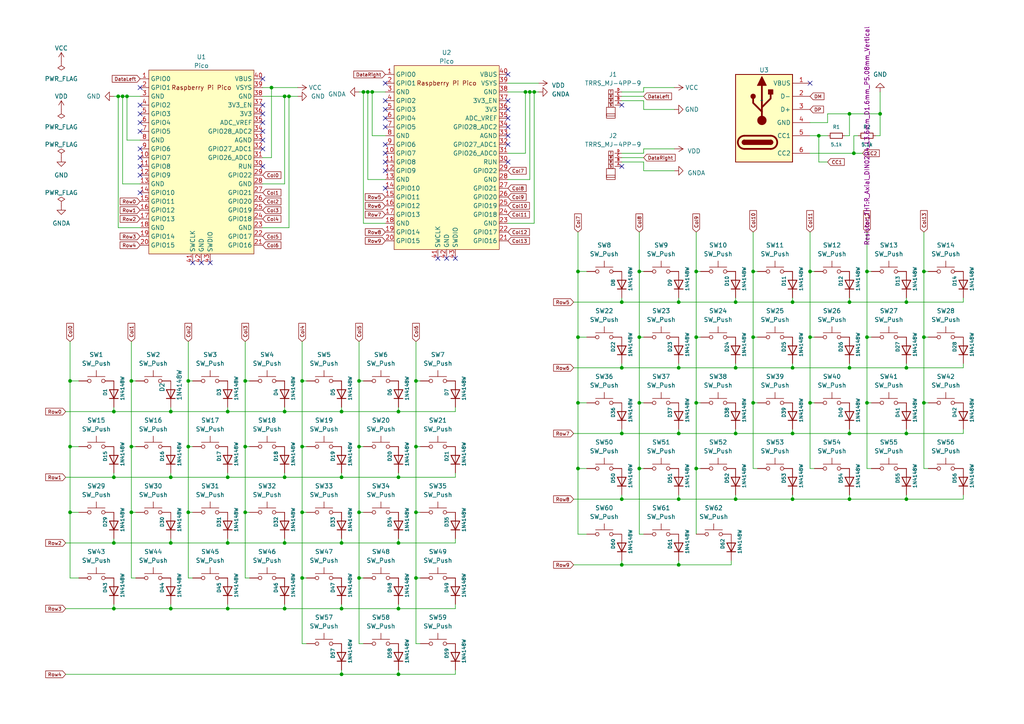
<source format=kicad_sch>
(kicad_sch (version 20230121) (generator eeschema)
  (paper "A4")
  (junction (at 267.97 116.84))
  (junction (at 262.89 106.68))
  (junction (at 106.68 26.67))
  (junction (at 218.44 116.84))
  (junction (at 82.55 176.53))
  (junction (at 180.34 144.78))
  (junction (at 196.85 87.63))
  (junction (at 20.32 110.49))
  (junction (at 255.27 33.02))
  (junction (at 120.65 167.64))
  (junction (at 229.87 87.63))
  (junction (at 78.74 25.4))
  (junction (at 71.12 129.54))
  (junction (at 180.34 87.63))
  (junction (at 234.95 116.84))
  (junction (at 251.46 116.84))
  (junction (at 201.93 97.79))
  (junction (at 82.55 138.43))
  (junction (at 120.65 129.54))
  (junction (at 229.87 144.78))
  (junction (at 99.06 138.43))
  (junction (at 196.85 163.83))
  (junction (at 99.06 157.48))
  (junction (at 54.61 129.54))
  (junction (at 115.57 176.53))
  (junction (at 33.02 157.48))
  (junction (at 66.04 157.48))
  (junction (at 49.53 119.38))
  (junction (at 262.89 144.78))
  (junction (at 180.34 163.83))
  (junction (at 49.53 157.48))
  (junction (at 180.34 106.68))
  (junction (at 167.64 116.84))
  (junction (at 234.95 97.79))
  (junction (at 246.38 33.02))
  (junction (at 33.02 176.53))
  (junction (at 201.93 116.84))
  (junction (at 153.67 26.67))
  (junction (at 152.4 26.67))
  (junction (at 167.64 135.89))
  (junction (at 49.53 176.53))
  (junction (at 167.64 78.74))
  (junction (at 66.04 138.43))
  (junction (at 185.42 97.79))
  (junction (at 107.95 26.67))
  (junction (at 120.65 148.59))
  (junction (at 218.44 78.74))
  (junction (at 196.85 106.68))
  (junction (at 185.42 116.84))
  (junction (at 33.02 119.38))
  (junction (at 213.36 106.68))
  (junction (at 66.04 176.53))
  (junction (at 20.32 129.54))
  (junction (at 196.85 144.78))
  (junction (at 104.14 110.49))
  (junction (at 213.36 87.63))
  (junction (at 33.02 138.43))
  (junction (at 35.56 27.94))
  (junction (at 154.94 26.67))
  (junction (at 246.38 144.78))
  (junction (at 120.65 110.49))
  (junction (at 262.89 87.63))
  (junction (at 54.61 110.49))
  (junction (at 167.64 97.79))
  (junction (at 71.12 148.59))
  (junction (at 87.63 148.59))
  (junction (at 213.36 144.78))
  (junction (at 104.14 148.59))
  (junction (at 246.38 106.68))
  (junction (at 115.57 195.58))
  (junction (at 267.97 97.79))
  (junction (at 99.06 195.58))
  (junction (at 104.14 129.54))
  (junction (at 83.82 27.94))
  (junction (at 251.46 97.79))
  (junction (at 66.04 119.38))
  (junction (at 49.53 138.43))
  (junction (at 185.42 135.89))
  (junction (at 36.83 27.94))
  (junction (at 246.38 125.73))
  (junction (at 82.55 157.48))
  (junction (at 38.1 129.54))
  (junction (at 38.1 110.49))
  (junction (at 54.61 148.59))
  (junction (at 201.93 135.89))
  (junction (at 218.44 97.79))
  (junction (at 87.63 129.54))
  (junction (at 234.95 78.74))
  (junction (at 34.29 27.94))
  (junction (at 105.41 26.67))
  (junction (at 201.93 78.74))
  (junction (at 267.97 78.74))
  (junction (at 251.46 78.74))
  (junction (at 196.85 125.73))
  (junction (at 82.55 27.94))
  (junction (at 82.55 119.38))
  (junction (at 185.42 78.74))
  (junction (at 213.36 125.73))
  (junction (at 87.63 167.64))
  (junction (at 229.87 106.68))
  (junction (at 229.87 125.73))
  (junction (at 38.1 148.59))
  (junction (at 115.57 138.43))
  (junction (at 99.06 176.53))
  (junction (at 99.06 119.38))
  (junction (at 115.57 157.48))
  (junction (at 247.65 44.45))
  (junction (at 180.34 125.73))
  (junction (at 246.38 87.63))
  (junction (at 115.57 119.38))
  (junction (at 20.32 148.59))
  (junction (at 104.14 167.64))
  (junction (at 87.63 110.49))
  (junction (at 237.49 39.37))
  (junction (at 262.89 125.73))
  (junction (at 71.12 110.49))
  (no_connect (at 132.08 74.93))
  (no_connect (at 111.76 54.61))
  (no_connect (at 111.76 49.53))
  (no_connect (at 76.2 33.02))
  (no_connect (at 147.32 29.21))
  (no_connect (at 111.76 31.75))
  (no_connect (at 147.32 34.29))
  (no_connect (at 147.32 41.91))
  (no_connect (at 127 74.93))
  (no_connect (at 76.2 38.1))
  (no_connect (at 180.34 30.48))
  (no_connect (at 111.76 44.45))
  (no_connect (at 58.42 76.2))
  (no_connect (at 129.54 74.93))
  (no_connect (at 60.96 76.2))
  (no_connect (at 40.64 45.72))
  (no_connect (at 76.2 30.48))
  (no_connect (at 111.76 29.21))
  (no_connect (at 40.64 35.56))
  (no_connect (at 76.2 35.56))
  (no_connect (at 76.2 40.64))
  (no_connect (at 111.76 24.13))
  (no_connect (at 147.32 21.59))
  (no_connect (at 147.32 46.99))
  (no_connect (at 234.95 24.13))
  (no_connect (at 40.64 43.18))
  (no_connect (at 76.2 22.86))
  (no_connect (at 76.2 48.26))
  (no_connect (at 55.88 76.2))
  (no_connect (at 40.64 25.4))
  (no_connect (at 111.76 46.99))
  (no_connect (at 147.32 39.37))
  (no_connect (at 40.64 48.26))
  (no_connect (at 147.32 31.75))
  (no_connect (at 147.32 36.83))
  (no_connect (at 40.64 33.02))
  (no_connect (at 76.2 43.18))
  (no_connect (at 40.64 50.8))
  (no_connect (at 40.64 38.1))
  (no_connect (at 111.76 36.83))
  (no_connect (at 111.76 34.29))
  (no_connect (at 180.34 48.26))
  (no_connect (at 111.76 41.91))
  (no_connect (at 40.64 55.88))
  (no_connect (at 40.64 30.48))
  (wire (pts (xy 229.87 125.73) (xy 246.38 125.73)))
  (wire (pts (xy 87.63 148.59) (xy 87.63 167.64)))
  (wire (pts (xy 166.37 87.63) (xy 180.34 87.63)))
  (wire (pts (xy 106.68 26.67) (xy 107.95 26.67)))
  (wire (pts (xy 234.95 39.37) (xy 237.49 39.37)))
  (wire (pts (xy 251.46 78.74) (xy 251.46 97.79)))
  (wire (pts (xy 115.57 119.38) (xy 132.08 119.38)))
  (wire (pts (xy 38.1 99.06) (xy 38.1 110.49)))
  (wire (pts (xy 269.24 78.74) (xy 267.97 78.74)))
  (wire (pts (xy 234.95 116.84) (xy 234.95 135.89)))
  (wire (pts (xy 218.44 116.84) (xy 218.44 135.89)))
  (wire (pts (xy 185.42 116.84) (xy 186.69 116.84)))
  (wire (pts (xy 234.95 67.31) (xy 234.95 78.74)))
  (wire (pts (xy 213.36 125.73) (xy 229.87 125.73)))
  (wire (pts (xy 236.22 78.74) (xy 234.95 78.74)))
  (wire (pts (xy 49.53 156.21) (xy 49.53 157.48)))
  (wire (pts (xy 120.65 148.59) (xy 121.92 148.59)))
  (wire (pts (xy 186.69 44.45) (xy 180.34 44.45)))
  (wire (pts (xy 99.06 194.31) (xy 99.06 195.58)))
  (wire (pts (xy 237.49 39.37) (xy 237.49 46.99)))
  (wire (pts (xy 49.53 175.26) (xy 49.53 176.53)))
  (wire (pts (xy 104.14 129.54) (xy 104.14 148.59)))
  (wire (pts (xy 201.93 97.79) (xy 201.93 116.84)))
  (wire (pts (xy 234.95 135.89) (xy 236.22 135.89)))
  (wire (pts (xy 71.12 129.54) (xy 71.12 148.59)))
  (wire (pts (xy 132.08 137.16) (xy 132.08 138.43)))
  (wire (pts (xy 166.37 125.73) (xy 180.34 125.73)))
  (wire (pts (xy 82.55 175.26) (xy 82.55 176.53)))
  (wire (pts (xy 104.14 186.69) (xy 105.41 186.69)))
  (wire (pts (xy 213.36 124.46) (xy 213.36 125.73)))
  (wire (pts (xy 262.89 105.41) (xy 262.89 106.68)))
  (wire (pts (xy 213.36 86.36) (xy 213.36 87.63)))
  (wire (pts (xy 66.04 138.43) (xy 82.55 138.43)))
  (wire (pts (xy 54.61 129.54) (xy 54.61 148.59)))
  (wire (pts (xy 76.2 45.72) (xy 78.74 45.72)))
  (wire (pts (xy 54.61 99.06) (xy 54.61 110.49)))
  (wire (pts (xy 154.94 64.77) (xy 154.94 26.67)))
  (wire (pts (xy 246.38 124.46) (xy 246.38 125.73)))
  (wire (pts (xy 71.12 99.06) (xy 71.12 110.49)))
  (wire (pts (xy 246.38 106.68) (xy 262.89 106.68)))
  (wire (pts (xy 120.65 167.64) (xy 120.65 186.69)))
  (wire (pts (xy 180.34 162.56) (xy 180.34 163.83)))
  (wire (pts (xy 196.85 105.41) (xy 196.85 106.68)))
  (wire (pts (xy 104.14 26.67) (xy 105.41 26.67)))
  (wire (pts (xy 147.32 64.77) (xy 154.94 64.77)))
  (wire (pts (xy 82.55 157.48) (xy 99.06 157.48)))
  (wire (pts (xy 71.12 129.54) (xy 72.39 129.54)))
  (wire (pts (xy 262.89 124.46) (xy 262.89 125.73)))
  (wire (pts (xy 218.44 78.74) (xy 218.44 97.79)))
  (wire (pts (xy 229.87 86.36) (xy 229.87 87.63)))
  (wire (pts (xy 72.39 110.49) (xy 71.12 110.49)))
  (wire (pts (xy 218.44 97.79) (xy 218.44 116.84)))
  (wire (pts (xy 255.27 33.02) (xy 255.27 39.37)))
  (wire (pts (xy 251.46 97.79) (xy 252.73 97.79)))
  (wire (pts (xy 99.06 138.43) (xy 115.57 138.43)))
  (wire (pts (xy 213.36 106.68) (xy 229.87 106.68)))
  (wire (pts (xy 262.89 106.68) (xy 279.4 106.68)))
  (wire (pts (xy 66.04 118.11) (xy 66.04 119.38)))
  (wire (pts (xy 120.65 110.49) (xy 120.65 129.54)))
  (wire (pts (xy 279.4 124.46) (xy 279.4 125.73)))
  (wire (pts (xy 115.57 175.26) (xy 115.57 176.53)))
  (wire (pts (xy 185.42 97.79) (xy 186.69 97.79)))
  (wire (pts (xy 246.38 33.02) (xy 255.27 33.02)))
  (wire (pts (xy 66.04 119.38) (xy 82.55 119.38)))
  (wire (pts (xy 82.55 156.21) (xy 82.55 157.48)))
  (wire (pts (xy 267.97 97.79) (xy 267.97 116.84)))
  (wire (pts (xy 170.18 78.74) (xy 167.64 78.74)))
  (wire (pts (xy 196.85 87.63) (xy 213.36 87.63)))
  (wire (pts (xy 71.12 148.59) (xy 72.39 148.59)))
  (wire (pts (xy 111.76 39.37) (xy 107.95 39.37)))
  (wire (pts (xy 33.02 118.11) (xy 33.02 119.38)))
  (wire (pts (xy 20.32 110.49) (xy 20.32 129.54)))
  (wire (pts (xy 185.42 135.89) (xy 186.69 135.89)))
  (wire (pts (xy 115.57 195.58) (xy 132.08 195.58)))
  (wire (pts (xy 167.64 78.74) (xy 167.64 97.79)))
  (wire (pts (xy 66.04 156.21) (xy 66.04 157.48)))
  (wire (pts (xy 115.57 194.31) (xy 115.57 195.58)))
  (wire (pts (xy 246.38 87.63) (xy 262.89 87.63)))
  (wire (pts (xy 120.65 129.54) (xy 121.92 129.54)))
  (wire (pts (xy 147.32 24.13) (xy 156.21 24.13)))
  (wire (pts (xy 35.56 53.34) (xy 40.64 53.34)))
  (wire (pts (xy 185.42 78.74) (xy 185.42 97.79)))
  (wire (pts (xy 234.95 97.79) (xy 236.22 97.79)))
  (wire (pts (xy 54.61 129.54) (xy 55.88 129.54)))
  (wire (pts (xy 104.14 148.59) (xy 104.14 167.64)))
  (wire (pts (xy 115.57 137.16) (xy 115.57 138.43)))
  (wire (pts (xy 87.63 148.59) (xy 88.9 148.59)))
  (wire (pts (xy 99.06 137.16) (xy 99.06 138.43)))
  (wire (pts (xy 213.36 87.63) (xy 229.87 87.63)))
  (wire (pts (xy 186.69 43.18) (xy 195.58 43.18)))
  (wire (pts (xy 54.61 167.64) (xy 55.88 167.64)))
  (wire (pts (xy 251.46 116.84) (xy 252.73 116.84)))
  (wire (pts (xy 38.1 110.49) (xy 38.1 129.54)))
  (wire (pts (xy 201.93 116.84) (xy 203.2 116.84)))
  (wire (pts (xy 213.36 105.41) (xy 213.36 106.68)))
  (wire (pts (xy 196.85 125.73) (xy 213.36 125.73)))
  (wire (pts (xy 167.64 97.79) (xy 170.18 97.79)))
  (wire (pts (xy 99.06 175.26) (xy 99.06 176.53)))
  (wire (pts (xy 147.32 26.67) (xy 152.4 26.67)))
  (wire (pts (xy 152.4 26.67) (xy 153.67 26.67)))
  (wire (pts (xy 87.63 129.54) (xy 88.9 129.54)))
  (wire (pts (xy 247.65 44.45) (xy 250.19 44.45)))
  (wire (pts (xy 82.55 53.34) (xy 82.55 27.94)))
  (wire (pts (xy 83.82 27.94) (xy 82.55 27.94)))
  (wire (pts (xy 39.37 110.49) (xy 38.1 110.49)))
  (wire (pts (xy 196.85 163.83) (xy 196.85 162.56)))
  (wire (pts (xy 185.42 97.79) (xy 185.42 116.84)))
  (wire (pts (xy 153.67 52.07) (xy 153.67 26.67)))
  (wire (pts (xy 115.57 138.43) (xy 132.08 138.43)))
  (wire (pts (xy 99.06 119.38) (xy 115.57 119.38)))
  (wire (pts (xy 251.46 67.31) (xy 251.46 78.74)))
  (wire (pts (xy 262.89 87.63) (xy 279.4 87.63)))
  (wire (pts (xy 180.34 144.78) (xy 180.34 143.51)))
  (wire (pts (xy 201.93 116.84) (xy 201.93 135.89)))
  (wire (pts (xy 167.64 116.84) (xy 170.18 116.84)))
  (wire (pts (xy 20.32 148.59) (xy 20.32 167.64)))
  (wire (pts (xy 234.95 97.79) (xy 234.95 116.84)))
  (wire (pts (xy 201.93 135.89) (xy 203.2 135.89)))
  (wire (pts (xy 34.29 27.94) (xy 35.56 27.94)))
  (wire (pts (xy 132.08 175.26) (xy 132.08 176.53)))
  (wire (pts (xy 115.57 176.53) (xy 132.08 176.53)))
  (wire (pts (xy 218.44 97.79) (xy 219.71 97.79)))
  (wire (pts (xy 107.95 39.37) (xy 107.95 26.67)))
  (wire (pts (xy 180.34 125.73) (xy 196.85 125.73)))
  (wire (pts (xy 167.64 135.89) (xy 170.18 135.89)))
  (wire (pts (xy 246.38 39.37) (xy 245.11 39.37)))
  (wire (pts (xy 82.55 119.38) (xy 99.06 119.38)))
  (wire (pts (xy 166.37 163.83) (xy 180.34 163.83)))
  (wire (pts (xy 105.41 64.77) (xy 105.41 26.67)))
  (wire (pts (xy 279.4 143.51) (xy 279.4 144.78)))
  (wire (pts (xy 104.14 99.06) (xy 104.14 110.49)))
  (wire (pts (xy 88.9 110.49) (xy 87.63 110.49)))
  (wire (pts (xy 120.65 167.64) (xy 121.92 167.64)))
  (wire (pts (xy 246.38 144.78) (xy 262.89 144.78)))
  (wire (pts (xy 262.89 125.73) (xy 279.4 125.73)))
  (wire (pts (xy 105.41 110.49) (xy 104.14 110.49)))
  (wire (pts (xy 201.93 135.89) (xy 201.93 154.94)))
  (wire (pts (xy 240.03 33.02) (xy 240.03 35.56)))
  (wire (pts (xy 36.83 27.94) (xy 40.64 27.94)))
  (wire (pts (xy 76.2 27.94) (xy 82.55 27.94)))
  (wire (pts (xy 229.87 144.78) (xy 246.38 144.78)))
  (wire (pts (xy 54.61 148.59) (xy 55.88 148.59)))
  (wire (pts (xy 267.97 78.74) (xy 267.97 97.79)))
  (wire (pts (xy 107.95 26.67) (xy 111.76 26.67)))
  (wire (pts (xy 38.1 167.64) (xy 39.37 167.64)))
  (wire (pts (xy 196.85 106.68) (xy 213.36 106.68)))
  (wire (pts (xy 36.83 27.94) (xy 36.83 40.64)))
  (wire (pts (xy 132.08 194.31) (xy 132.08 195.58)))
  (wire (pts (xy 262.89 86.36) (xy 262.89 87.63)))
  (wire (pts (xy 33.02 137.16) (xy 33.02 138.43)))
  (wire (pts (xy 180.34 86.36) (xy 180.34 87.63)))
  (wire (pts (xy 87.63 110.49) (xy 87.63 129.54)))
  (wire (pts (xy 20.32 148.59) (xy 22.86 148.59)))
  (wire (pts (xy 180.34 163.83) (xy 196.85 163.83)))
  (wire (pts (xy 180.34 87.63) (xy 196.85 87.63)))
  (wire (pts (xy 201.93 78.74) (xy 201.93 97.79)))
  (wire (pts (xy 82.55 118.11) (xy 82.55 119.38)))
  (wire (pts (xy 38.1 129.54) (xy 38.1 148.59)))
  (wire (pts (xy 229.87 144.78) (xy 213.36 144.78)))
  (wire (pts (xy 99.06 195.58) (xy 115.57 195.58)))
  (wire (pts (xy 240.03 33.02) (xy 246.38 33.02)))
  (wire (pts (xy 19.05 119.38) (xy 33.02 119.38)))
  (wire (pts (xy 186.69 25.4) (xy 186.69 26.67)))
  (wire (pts (xy 121.92 110.49) (xy 120.65 110.49)))
  (wire (pts (xy 201.93 67.31) (xy 201.93 78.74)))
  (wire (pts (xy 20.32 129.54) (xy 20.32 148.59)))
  (wire (pts (xy 201.93 97.79) (xy 203.2 97.79)))
  (wire (pts (xy 229.87 143.51) (xy 229.87 144.78)))
  (wire (pts (xy 186.69 45.72) (xy 180.34 45.72)))
  (wire (pts (xy 54.61 148.59) (xy 54.61 167.64)))
  (wire (pts (xy 120.65 99.06) (xy 120.65 110.49)))
  (wire (pts (xy 247.65 39.37) (xy 248.92 39.37)))
  (wire (pts (xy 33.02 138.43) (xy 49.53 138.43)))
  (wire (pts (xy 186.69 49.53) (xy 195.58 49.53)))
  (wire (pts (xy 167.64 67.31) (xy 167.64 78.74)))
  (wire (pts (xy 219.71 78.74) (xy 218.44 78.74)))
  (wire (pts (xy 20.32 167.64) (xy 22.86 167.64)))
  (wire (pts (xy 185.42 135.89) (xy 185.42 154.94)))
  (wire (pts (xy 33.02 156.21) (xy 33.02 157.48)))
  (wire (pts (xy 234.95 44.45) (xy 247.65 44.45)))
  (wire (pts (xy 38.1 148.59) (xy 39.37 148.59)))
  (wire (pts (xy 76.2 66.04) (xy 83.82 66.04)))
  (wire (pts (xy 180.34 124.46) (xy 180.34 125.73)))
  (wire (pts (xy 229.87 106.68) (xy 246.38 106.68)))
  (wire (pts (xy 49.53 176.53) (xy 66.04 176.53)))
  (wire (pts (xy 120.65 148.59) (xy 120.65 167.64)))
  (wire (pts (xy 99.06 157.48) (xy 115.57 157.48)))
  (wire (pts (xy 246.38 39.37) (xy 246.38 33.02)))
  (wire (pts (xy 104.14 129.54) (xy 105.41 129.54)))
  (wire (pts (xy 33.02 119.38) (xy 49.53 119.38)))
  (wire (pts (xy 267.97 135.89) (xy 269.24 135.89)))
  (wire (pts (xy 83.82 66.04) (xy 83.82 27.94)))
  (wire (pts (xy 186.69 25.4) (xy 195.58 25.4)))
  (wire (pts (xy 229.87 124.46) (xy 229.87 125.73)))
  (wire (pts (xy 246.38 125.73) (xy 262.89 125.73)))
  (wire (pts (xy 213.36 143.51) (xy 213.36 144.78)))
  (wire (pts (xy 106.68 52.07) (xy 106.68 26.67)))
  (wire (pts (xy 78.74 45.72) (xy 78.74 25.4)))
  (wire (pts (xy 180.34 106.68) (xy 196.85 106.68)))
  (wire (pts (xy 152.4 44.45) (xy 152.4 26.67)))
  (wire (pts (xy 34.29 27.94) (xy 34.29 66.04)))
  (wire (pts (xy 105.41 64.77) (xy 111.76 64.77)))
  (wire (pts (xy 180.34 105.41) (xy 180.34 106.68)))
  (wire (pts (xy 87.63 186.69) (xy 88.9 186.69)))
  (wire (pts (xy 87.63 99.06) (xy 87.63 110.49)))
  (wire (pts (xy 104.14 167.64) (xy 104.14 186.69)))
  (wire (pts (xy 71.12 148.59) (xy 71.12 167.64)))
  (wire (pts (xy 99.06 176.53) (xy 115.57 176.53)))
  (wire (pts (xy 186.69 46.99) (xy 180.34 46.99)))
  (wire (pts (xy 262.89 144.78) (xy 279.4 144.78)))
  (wire (pts (xy 218.44 116.84) (xy 219.71 116.84)))
  (wire (pts (xy 186.69 26.67) (xy 180.34 26.67)))
  (wire (pts (xy 167.64 154.94) (xy 170.18 154.94)))
  (wire (pts (xy 186.69 31.75) (xy 195.58 31.75)))
  (wire (pts (xy 247.65 39.37) (xy 247.65 44.45)))
  (wire (pts (xy 167.64 135.89) (xy 167.64 154.94)))
  (wire (pts (xy 49.53 119.38) (xy 66.04 119.38)))
  (wire (pts (xy 104.14 167.64) (xy 105.41 167.64)))
  (wire (pts (xy 246.38 86.36) (xy 246.38 87.63)))
  (wire (pts (xy 120.65 186.69) (xy 121.92 186.69)))
  (wire (pts (xy 267.97 116.84) (xy 269.24 116.84)))
  (wire (pts (xy 185.42 116.84) (xy 185.42 135.89)))
  (wire (pts (xy 33.02 176.53) (xy 33.02 175.26)))
  (wire (pts (xy 38.1 129.54) (xy 39.37 129.54)))
  (wire (pts (xy 186.69 29.21) (xy 180.34 29.21)))
  (wire (pts (xy 251.46 135.89) (xy 252.73 135.89)))
  (wire (pts (xy 19.05 195.58) (xy 99.06 195.58)))
  (wire (pts (xy 186.69 49.53) (xy 186.69 46.99)))
  (wire (pts (xy 153.67 26.67) (xy 154.94 26.67)))
  (wire (pts (xy 82.55 137.16) (xy 82.55 138.43)))
  (wire (pts (xy 234.95 78.74) (xy 234.95 97.79)))
  (wire (pts (xy 255.27 26.67) (xy 255.27 33.02)))
  (wire (pts (xy 105.41 26.67) (xy 106.68 26.67)))
  (wire (pts (xy 120.65 129.54) (xy 120.65 148.59)))
  (wire (pts (xy 66.04 157.48) (xy 82.55 157.48)))
  (wire (pts (xy 229.87 87.63) (xy 246.38 87.63)))
  (wire (pts (xy 196.85 143.51) (xy 196.85 144.78)))
  (wire (pts (xy 229.87 105.41) (xy 229.87 106.68)))
  (wire (pts (xy 267.97 97.79) (xy 269.24 97.79)))
  (wire (pts (xy 196.85 163.83) (xy 212.09 163.83)))
  (wire (pts (xy 35.56 27.94) (xy 36.83 27.94)))
  (wire (pts (xy 186.69 43.18) (xy 186.69 44.45)))
  (wire (pts (xy 49.53 137.16) (xy 49.53 138.43)))
  (wire (pts (xy 246.38 143.51) (xy 246.38 144.78)))
  (wire (pts (xy 212.09 162.56) (xy 212.09 163.83)))
  (wire (pts (xy 82.55 176.53) (xy 99.06 176.53)))
  (wire (pts (xy 20.32 99.06) (xy 20.32 110.49)))
  (wire (pts (xy 147.32 44.45) (xy 152.4 44.45)))
  (wire (pts (xy 246.38 105.41) (xy 246.38 106.68)))
  (wire (pts (xy 132.08 118.11) (xy 132.08 119.38)))
  (wire (pts (xy 55.88 110.49) (xy 54.61 110.49)))
  (wire (pts (xy 186.69 78.74) (xy 185.42 78.74)))
  (wire (pts (xy 106.68 52.07) (xy 111.76 52.07)))
  (wire (pts (xy 262.89 143.51) (xy 262.89 144.78)))
  (wire (pts (xy 180.34 144.78) (xy 196.85 144.78)))
  (wire (pts (xy 166.37 144.78) (xy 180.34 144.78)))
  (wire (pts (xy 251.46 97.79) (xy 251.46 116.84)))
  (wire (pts (xy 255.27 39.37) (xy 254 39.37)))
  (wire (pts (xy 49.53 138.43) (xy 66.04 138.43)))
  (wire (pts (xy 185.42 154.94) (xy 186.69 154.94)))
  (wire (pts (xy 87.63 167.64) (xy 88.9 167.64)))
  (wire (pts (xy 251.46 116.84) (xy 251.46 135.89)))
  (wire (pts (xy 54.61 110.49) (xy 54.61 129.54)))
  (wire (pts (xy 49.53 157.48) (xy 66.04 157.48)))
  (wire (pts (xy 104.14 148.59) (xy 105.41 148.59)))
  (wire (pts (xy 186.69 31.75) (xy 186.69 29.21)))
  (wire (pts (xy 237.49 39.37) (xy 240.03 39.37)))
  (wire (pts (xy 82.55 138.43) (xy 99.06 138.43)))
  (wire (pts (xy 33.02 27.94) (xy 34.29 27.94)))
  (wire (pts (xy 196.85 124.46) (xy 196.85 125.73)))
  (wire (pts (xy 218.44 135.89) (xy 219.71 135.89)))
  (wire (pts (xy 167.64 116.84) (xy 167.64 135.89)))
  (wire (pts (xy 34.29 66.04) (xy 40.64 66.04)))
  (wire (pts (xy 33.02 157.48) (xy 49.53 157.48)))
  (wire (pts (xy 104.14 110.49) (xy 104.14 129.54)))
  (wire (pts (xy 82.55 176.53) (xy 66.04 176.53)))
  (wire (pts (xy 267.97 67.31) (xy 267.97 78.74)))
  (wire (pts (xy 87.63 167.64) (xy 87.63 186.69)))
  (wire (pts (xy 38.1 148.59) (xy 38.1 167.64)))
  (wire (pts (xy 20.32 129.54) (xy 22.86 129.54)))
  (wire (pts (xy 87.63 129.54) (xy 87.63 148.59)))
  (wire (pts (xy 19.05 138.43) (xy 33.02 138.43)))
  (wire (pts (xy 115.57 157.48) (xy 132.08 157.48)))
  (wire (pts (xy 154.94 26.67) (xy 156.21 26.67)))
  (wire (pts (xy 185.42 67.31) (xy 185.42 78.74)))
  (wire (pts (xy 115.57 156.21) (xy 115.57 157.48)))
  (wire (pts (xy 147.32 52.07) (xy 153.67 52.07)))
  (wire (pts (xy 240.03 35.56) (xy 234.95 35.56)))
  (wire (pts (xy 99.06 156.21) (xy 99.06 157.48)))
  (wire (pts (xy 36.83 40.64) (xy 40.64 40.64)))
  (wire (pts (xy 167.64 97.79) (xy 167.64 116.84)))
  (wire (pts (xy 279.4 86.36) (xy 279.4 87.63)))
  (wire (pts (xy 83.82 27.94) (xy 86.36 27.94)))
  (wire (pts (xy 49.53 118.11) (xy 49.53 119.38)))
  (wire (pts (xy 234.95 116.84) (xy 236.22 116.84)))
  (wire (pts (xy 279.4 105.41) (xy 279.4 106.68)))
  (wire (pts (xy 66.04 137.16) (xy 66.04 138.43)))
  (wire (pts (xy 203.2 78.74) (xy 201.93 78.74)))
  (wire (pts (xy 71.12 110.49) (xy 71.12 129.54)))
  (wire (pts (xy 33.02 176.53) (xy 49.53 176.53)))
  (wire (pts (xy 76.2 53.34) (xy 82.55 53.34)))
  (wire (pts (xy 99.06 118.11) (xy 99.06 119.38)))
  (wire (pts (xy 66.04 175.26) (xy 66.04 176.53)))
  (wire (pts (xy 186.69 27.94) (xy 180.34 27.94)))
  (wire (pts (xy 78.74 25.4) (xy 86.36 25.4)))
  (wire (pts (xy 237.49 46.99) (xy 240.03 46.99)))
  (wire (pts (xy 76.2 25.4) (xy 78.74 25.4)))
  (wire (pts (xy 218.44 67.31) (xy 218.44 78.74)))
  (wire (pts (xy 196.85 144.78) (xy 213.36 144.78)))
  (wire (pts (xy 267.97 116.84) (xy 267.97 135.89)))
  (wire (pts (xy 22.86 110.49) (xy 20.32 110.49)))
  (wire (pts (xy 196.85 86.36) (xy 196.85 87.63)))
  (wire (pts (xy 132.08 156.21) (xy 132.08 157.48)))
  (wire (pts (xy 166.37 106.68) (xy 180.34 106.68)))
  (wire (pts (xy 71.12 167.64) (xy 72.39 167.64)))
  (wire (pts (xy 19.05 176.53) (xy 33.02 176.53)))
  (wire (pts (xy 252.73 78.74) (xy 251.46 78.74)))
  (wire (pts (xy 115.57 118.11) (xy 115.57 119.38)))
  (wire (pts (xy 19.05 157.48) (xy 33.02 157.48)))
  (wire (pts (xy 35.56 27.94) (xy 35.56 53.34)))
  (global_label "Row6" (shape input) (at 166.37 106.68 180) (effects (font (size 1 1))) (property "Intersheetrefs" "${INTERSHEET_REFS}" (effects hide)))
  (global_label "Row3" (shape input) (at 40.64 68.58 180) (effects (font (size 1 1))) (property "Intersheetrefs" "${INTERSHEET_REFS}" (effects hide)))
  (global_label "Col6" (shape input) (at 76.2 71.12 0) (effects (font (size 1 1))) (property "Intersheetrefs" "${INTERSHEET_REFS}" (effects hide)))
  (global_label "DM" (shape input) (at 234.95 27.94 0) (effects (font (size 1 1))) (property "Intersheetrefs" "${INTERSHEET_REFS}" (effects hide)))
  (global_label "Col11" (shape input) (at 234.95 67.31 90) (effects (font (size 1 1))) (property "Intersheetrefs" "${INTERSHEET_REFS}" (effects hide)))
  (global_label "Col3" (shape input) (at 76.2 60.96 0) (effects (font (size 1 1))) (property "Intersheetrefs" "${INTERSHEET_REFS}" (effects hide)))
  (global_label "Col5" (shape input) (at 104.14 99.06 90) (effects (font (size 1 1))) (property "Intersheetrefs" "${INTERSHEET_REFS}" (effects hide)))
  (global_label "Row8" (shape input) (at 166.37 144.78 180) (effects (font (size 1 1))) (property "Intersheetrefs" "${INTERSHEET_REFS}" (effects hide)))
  (global_label "Row0" (shape input) (at 19.05 119.38 180) (effects (font (size 1 1))) (property "Intersheetrefs" "${INTERSHEET_REFS}" (effects hide)))
  (global_label "Col2" (shape input) (at 76.2 58.42 0) (effects (font (size 1 1))) (property "Intersheetrefs" "${INTERSHEET_REFS}" (effects hide)))
  (global_label "Col7" (shape input) (at 147.32 49.53 0) (effects (font (size 1 1))) (property "Intersheetrefs" "${INTERSHEET_REFS}" (effects hide)))
  (global_label "Row0" (shape input) (at 40.64 58.42 180) (effects (font (size 1 1))) (property "Intersheetrefs" "${INTERSHEET_REFS}" (effects hide)))
  (global_label "Col10" (shape input) (at 218.44 67.31 90) (effects (font (size 1 1))) (property "Intersheetrefs" "${INTERSHEET_REFS}" (effects hide)))
  (global_label "Col1" (shape input) (at 76.2 55.88 0) (effects (font (size 1 1))) (property "Intersheetrefs" "${INTERSHEET_REFS}" (effects hide)))
  (global_label "Col5" (shape input) (at 76.2 68.58 0) (effects (font (size 1 1))) (property "Intersheetrefs" "${INTERSHEET_REFS}" (effects hide)))
  (global_label "Row8" (shape input) (at 111.76 67.31 180) (effects (font (size 1 1))) (property "Intersheetrefs" "${INTERSHEET_REFS}" (effects hide)))
  (global_label "CC1" (shape input) (at 240.03 46.99 0) (effects (font (size 1 1))) (property "Intersheetrefs" "${INTERSHEET_REFS}" (effects hide)))
  (global_label "Row5" (shape input) (at 111.76 57.15 180) (effects (font (size 1 1))) (property "Intersheetrefs" "${INTERSHEET_REFS}" (effects hide)))
  (global_label "Row7" (shape input) (at 166.37 125.73 180) (effects (font (size 1 1))) (property "Intersheetrefs" "${INTERSHEET_REFS}" (effects hide)))
  (global_label "DataLeft" (shape input) (at 186.69 27.94 0) (effects (font (size 1 1))) (property "Intersheetrefs" "${INTERSHEET_REFS}" (effects hide)))
  (global_label "Col3" (shape input) (at 71.12 99.06 90) (effects (font (size 1 1))) (property "Intersheetrefs" "${INTERSHEET_REFS}" (effects hide)))
  (global_label "Row2" (shape input) (at 19.05 157.48 180) (effects (font (size 1 1))) (property "Intersheetrefs" "${INTERSHEET_REFS}" (effects hide)))
  (global_label "CC2" (shape input) (at 250.19 44.45 0) (effects (font (size 1 1))) (property "Intersheetrefs" "${INTERSHEET_REFS}" (effects hide)))
  (global_label "Col12" (shape input) (at 147.32 67.31 0) (effects (font (size 1 1))) (property "Intersheetrefs" "${INTERSHEET_REFS}" (effects hide)))
  (global_label "DataRight" (shape input) (at 186.69 45.72 0) (effects (font (size 1 1))) (property "Intersheetrefs" "${INTERSHEET_REFS}" (effects hide)))
  (global_label "Col1" (shape input) (at 38.1 99.06 90) (effects (font (size 1 1))) (property "Intersheetrefs" "${INTERSHEET_REFS}" (effects hide)))
  (global_label "Row6" (shape input) (at 111.76 59.69 180) (effects (font (size 1 1))) (property "Intersheetrefs" "${INTERSHEET_REFS}" (effects hide)))
  (global_label "DataLeft" (shape input) (at 40.64 22.86 180) (effects (font (size 1 1))) (property "Intersheetrefs" "${INTERSHEET_REFS}" (effects hide)))
  (global_label "Col11" (shape input) (at 147.32 62.23 0) (effects (font (size 1 1))) (property "Intersheetrefs" "${INTERSHEET_REFS}" (effects hide)))
  (global_label "Col0" (shape input) (at 20.32 99.06 90) (effects (font (size 1 1))) (property "Intersheetrefs" "${INTERSHEET_REFS}" (effects hide)))
  (global_label "Col6" (shape input) (at 120.65 99.06 90) (effects (font (size 1 1))) (property "Intersheetrefs" "${INTERSHEET_REFS}" (effects hide)))
  (global_label "Row2" (shape input) (at 40.64 63.5 180) (effects (font (size 1 1))) (property "Intersheetrefs" "${INTERSHEET_REFS}" (effects hide)))
  (global_label "Row1" (shape input) (at 19.05 138.43 180) (effects (font (size 1 1))) (property "Intersheetrefs" "${INTERSHEET_REFS}" (effects hide)))
  (global_label "Col10" (shape input) (at 147.32 59.69 0) (effects (font (size 1 1))) (property "Intersheetrefs" "${INTERSHEET_REFS}" (effects hide)))
  (global_label "Col9" (shape input) (at 147.32 57.15 0) (effects (font (size 1 1))) (property "Intersheetrefs" "${INTERSHEET_REFS}" (effects hide)))
  (global_label "Col9" (shape input) (at 201.93 67.31 90) (effects (font (size 1 1))) (property "Intersheetrefs" "${INTERSHEET_REFS}" (effects hide)))
  (global_label "DataRight" (shape input) (at 111.76 21.59 180) (effects (font (size 1 1))) (property "Intersheetrefs" "${INTERSHEET_REFS}" (effects hide)))
  (global_label "Col13" (shape input) (at 147.32 69.85 0) (effects (font (size 1 1))) (property "Intersheetrefs" "${INTERSHEET_REFS}" (effects hide)))
  (global_label "Col7" (shape input) (at 167.64 67.31 90) (effects (font (size 1 1))) (property "Intersheetrefs" "${INTERSHEET_REFS}" (effects hide)))
  (global_label "Row5" (shape input) (at 166.37 87.63 180) (effects (font (size 1 1))) (property "Intersheetrefs" "${INTERSHEET_REFS}" (effects hide)))
  (global_label "Row1" (shape input) (at 40.64 60.96 180) (effects (font (size 1 1))) (property "Intersheetrefs" "${INTERSHEET_REFS}" (effects hide)))
  (global_label "Col0" (shape input) (at 76.2 50.8 0) (effects (font (size 1 1))) (property "Intersheetrefs" "${INTERSHEET_REFS}" (effects hide)))
  (global_label "Col8" (shape input) (at 147.32 54.61 0) (effects (font (size 1 1))) (property "Intersheetrefs" "${INTERSHEET_REFS}" (effects hide)))
  (global_label "Col12" (shape input) (at 251.46 67.31 90) (effects (font (size 1 1))) (property "Intersheetrefs" "${INTERSHEET_REFS}" (effects hide)))
  (global_label "Col2" (shape input) (at 54.61 99.06 90) (effects (font (size 1 1))) (property "Intersheetrefs" "${INTERSHEET_REFS}" (effects hide)))
  (global_label "Col4" (shape input) (at 76.2 63.5 0) (effects (font (size 1 1))) (property "Intersheetrefs" "${INTERSHEET_REFS}" (effects hide)))
  (global_label "Row9" (shape input) (at 166.37 163.83 180) (effects (font (size 1 1))) (property "Intersheetrefs" "${INTERSHEET_REFS}" (effects hide)))
  (global_label "Row9" (shape input) (at 111.76 69.85 180) (effects (font (size 1 1))) (property "Intersheetrefs" "${INTERSHEET_REFS}" (effects hide)))
  (global_label "DP" (shape input) (at 234.95 31.75 0) (effects (font (size 1 1))) (property "Intersheetrefs" "${INTERSHEET_REFS}" (effects hide)))
  (global_label "Row7" (shape input) (at 111.76 62.23 180) (effects (font (size 1 1))) (property "Intersheetrefs" "${INTERSHEET_REFS}" (effects hide)))
  (global_label "Row4" (shape input) (at 19.05 195.58 180) (effects (font (size 1 1))) (property "Intersheetrefs" "${INTERSHEET_REFS}" (effects hide)))
  (global_label "Col4" (shape input) (at 87.63 99.06 90) (effects (font (size 1 1))) (property "Intersheetrefs" "${INTERSHEET_REFS}" (effects hide)))
  (global_label "Row4" (shape input) (at 40.64 71.12 180) (effects (font (size 1 1))) (property "Intersheetrefs" "${INTERSHEET_REFS}" (effects hide)))
  (global_label "Col13" (shape input) (at 267.97 67.31 90) (effects (font (size 1 1))) (property "Intersheetrefs" "${INTERSHEET_REFS}" (effects hide)))
  (global_label "Col8" (shape input) (at 185.42 67.31 90) (effects (font (size 1 1))) (property "Intersheetrefs" "${INTERSHEET_REFS}" (effects hide)))
  (global_label "Row3" (shape input) (at 19.05 176.53 180) (effects (font (size 1 1))) (property "Intersheetrefs" "${INTERSHEET_REFS}" (effects hide)))
  (symbol (lib_id "Diode:1N4148W") (at 132.08 171.45 90) (unit 1)
    (property "Reference" "D49" (at 129.565 171.98 0) (effects (font (size 1 1)) (justify left)))
    (property "Value" "1N4148W" (at 134.565 173.355 0) (effects (font (size 1 1)) (justify left)))
    (property "Footprint" "Salicylic-acid3_kbd_Parts:Diode_SMD" (effects hide))
    (property "Datasheet" "https://www.vishay.com/docs/85748/1n4148w.pdf" (effects hide))
  )
  (symbol (lib_id "Switch:SW_Push") (at 257.81 78.74 0) (unit 1)
    (property "Reference" "SW13" (at 257.81 71.12 0))
    (property "Value" "SW_Push" (at 257.81 73.66 0))
    (property "Footprint" "Salicylic-acid3_kbd_SW:CherryMX_Solder_1u" (effects hide))
  )
  (symbol (lib_id "power:GNDA") (at 17.78 59.69 0) (unit 1)
    (property "Reference" "#PWR08" (effects hide))
    (property "Value" "GNDA" (at 17.78 64.77 0))
  )
  (symbol (lib_id "Diode:1N4148W") (at 229.87 101.6 90) (unit 1)
    (property "Reference" "D25" (at 227.355 102.13 0) (effects (font (size 1 1)) (justify left)))
    (property "Value" "1N4148W" (at 232.355 103.505 0) (effects (font (size 1 1)) (justify left)))
    (property "Footprint" "Salicylic-acid3_kbd_Parts:Diode_SMD" (effects hide))
    (property "Datasheet" "https://www.vishay.com/docs/85748/1n4148w.pdf" (effects hide))
  )
  (symbol (lib_id "Switch:SW_Push") (at 93.98 186.69 0) (unit 1)
    (property "Reference" "SW57" (at 93.98 179.07 0))
    (property "Value" "SW_Push" (at 93.98 181.61 0))
    (property "Footprint" "Salicylic-acid3_kbd_SW:CherryMX_Solder_1u" (effects hide))
  )
  (symbol (lib_id "Switch:SW_Push") (at 127 110.49 0) (unit 1)
    (property "Reference" "SW7" (at 127 102.87 0))
    (property "Value" "SW_Push" (at 127 105.41 0))
    (property "Footprint" "Salicylic-acid3_kbd_SW:CherryMX_Solder_1u" (effects hide))
  )
  (symbol (lib_id "Diode:1N4148W") (at 279.4 139.7 90) (unit 1)
    (property "Reference" "D56" (at 276.885 140.23 0) (effects (font (size 1 1)) (justify left)))
    (property "Value" "1N4148W" (at 281.885 141.605 0) (effects (font (size 1 1)) (justify left)))
    (property "Footprint" "Salicylic-acid3_kbd_Parts:Diode_SMD" (effects hide))
    (property "Datasheet" "https://www.vishay.com/docs/85748/1n4148w.pdf" (effects hide))
  )
  (symbol (lib_id "Switch:SW_Push") (at 110.49 129.54 0) (unit 1)
    (property "Reference" "SW20" (at 110.49 121.92 0))
    (property "Value" "SW_Push" (at 110.49 124.46 0))
    (property "Footprint" "Salicylic-acid3_kbd_SW:CherryMX_Solder_1u" (effects hide))
  )
  (symbol (lib_id "Switch:SW_Push") (at 241.3 116.84 0) (unit 1)
    (property "Reference" "SW40" (at 241.3 109.22 0))
    (property "Value" "SW_Push" (at 241.3 111.76 0))
    (property "Footprint" "Salicylic-acid3_kbd_SW:CherryMX_Solder_1u" (effects hide))
  )
  (symbol (lib_id "Diode:1N4148W") (at 49.53 133.35 90) (unit 1)
    (property "Reference" "D16" (at 47.015 133.88 0) (effects (font (size 1 1)) (justify left)))
    (property "Value" "1N4148W" (at 52.015 135.255 0) (effects (font (size 1 1)) (justify left)))
    (property "Footprint" "Salicylic-acid3_kbd_Parts:Diode_SMD" (effects hide))
    (property "Datasheet" "https://www.vishay.com/docs/85748/1n4148w.pdf" (effects hide))
  )
  (symbol (lib_id "power:GND") (at 17.78 45.72 0) (unit 1)
    (property "Reference" "#PWR07" (effects hide))
    (property "Value" "GND" (at 17.78 50.8 0))
  )
  (symbol (lib_id "power:GND") (at 195.58 31.75 90) (unit 1)
    (property "Reference" "#PWR02" (effects hide))
    (property "Value" "GND" (at 200.66 31.75 90))
  )
  (symbol (lib_id "Switch:SW_Push") (at 274.32 135.89 0) (unit 1)
    (property "Reference" "SW56" (at 274.32 128.27 0))
    (property "Value" "SW_Push" (at 274.32 130.81 0))
    (property "Footprint" "Salicylic-acid3_kbd_SW:CherryMX_Solder_1u" (effects hide))
  )
  (symbol (lib_id "Diode:1N4148W") (at 196.85 101.6 90) (unit 1)
    (property "Reference" "D23" (at 194.335 102.13 0) (effects (font (size 1 1)) (justify left)))
    (property "Value" "1N4148W" (at 199.335 103.505 0) (effects (font (size 1 1)) (justify left)))
    (property "Footprint" "Salicylic-acid3_kbd_Parts:Diode_SMD" (effects hide))
    (property "Datasheet" "https://www.vishay.com/docs/85748/1n4148w.pdf" (effects hide))
  )
  (symbol (lib_id "Diode:1N4148W") (at 49.53 152.4 90) (unit 1)
    (property "Reference" "D30" (at 47.015 152.93 0) (effects (font (size 1 1)) (justify left)))
    (property "Value" "1N4148W" (at 52.015 154.305 0) (effects (font (size 1 1)) (justify left)))
    (property "Footprint" "Salicylic-acid3_kbd_Parts:Diode_SMD" (effects hide))
    (property "Datasheet" "https://www.vishay.com/docs/85748/1n4148w.pdf" (effects hide))
  )
  (symbol (lib_id "Diode:1N4148W") (at 279.4 82.55 90) (unit 1)
    (property "Reference" "D14" (at 276.885 83.08 0) (effects (font (size 1 1)) (justify left)))
    (property "Value" "1N4148W" (at 281.885 84.455 0) (effects (font (size 1 1)) (justify left)))
    (property "Footprint" "Salicylic-acid3_kbd_Parts:Diode_SMD" (effects hide))
    (property "Datasheet" "https://www.vishay.com/docs/85748/1n4148w.pdf" (effects hide))
  )
  (symbol (lib_id "Switch:SW_Push") (at 274.32 97.79 0) (unit 1)
    (property "Reference" "SW28" (at 274.32 90.17 0))
    (property "Value" "SW_Push" (at 274.32 92.71 0))
    (property "Footprint" "Salicylic-acid3_kbd_SW:CherryMX_Solder_1u" (effects hide))
  )
  (symbol (lib_id "Switch:SW_Push") (at 257.81 135.89 0) (unit 1)
    (property "Reference" "SW55" (at 257.81 128.27 0))
    (property "Value" "SW_Push" (at 257.81 130.81 0))
    (property "Footprint" "Salicylic-acid3_kbd_SW:CherryMX_Solder_1u" (effects hide))
  )
  (symbol (lib_id "Switch:SW_Push") (at 191.77 116.84 0) (unit 1)
    (property "Reference" "SW37" (at 191.77 109.22 0))
    (property "Value" "SW_Push" (at 191.77 111.76 0))
    (property "Footprint" "Salicylic-acid3_kbd_SW:CherryMX_Solder_1u" (effects hide))
  )
  (symbol (lib_id "raspberry-pi-pico:Pico") (at 58.42 46.99 0) (unit 1)
    (property "Reference" "U1" (at 58.42 16.51 0))
    (property "Value" "Pico" (at 58.42 19.05 0))
    (property "Footprint" "Raspberry-pi-pico:RPi_Pico_SMD_TH" (effects hide))
  )
  (symbol (lib_id "Switch:SW_Push") (at 191.77 97.79 0) (unit 1)
    (property "Reference" "SW23" (at 191.77 90.17 0))
    (property "Value" "SW_Push" (at 191.77 92.71 0))
    (property "Footprint" "Salicylic-acid3_kbd_SW:CherryMX_Solder_1u" (effects hide))
  )
  (symbol (lib_id "Diode:1N4148W") (at 132.08 133.35 90) (unit 1)
    (property "Reference" "D21" (at 129.565 133.88 0) (effects (font (size 1 1)) (justify left)))
    (property "Value" "1N4148W" (at 134.565 135.255 0) (effects (font (size 1 1)) (justify left)))
    (property "Footprint" "Salicylic-acid3_kbd_Parts:Diode_SMD" (effects hide))
    (property "Datasheet" "https://www.vishay.com/docs/85748/1n4148w.pdf" (effects hide))
  )
  (symbol (lib_id "Diode:1N4148W") (at 99.06 190.5 90) (unit 1)
    (property "Reference" "D57" (at 96.545 191.03 0) (effects (font (size 1 1)) (justify left)))
    (property "Value" "1N4148W" (at 101.545 192.405 0) (effects (font (size 1 1)) (justify left)))
    (property "Footprint" "Salicylic-acid3_kbd_Parts:Diode_SMD" (effects hide))
    (property "Datasheet" "https://www.vishay.com/docs/85748/1n4148w.pdf" (effects hide))
  )
  (symbol (lib_id "Switch:SW_Push") (at 127 167.64 0) (unit 1)
    (property "Reference" "SW49" (at 127 160.02 0))
    (property "Value" "SW_Push" (at 127 162.56 0))
    (property "Footprint" "Salicylic-acid3_kbd_SW:CherryMX_Solder_1u" (effects hide))
  )
  (symbol (lib_id "Switch:SW_Push") (at 175.26 135.89 0) (unit 1)
    (property "Reference" "SW50" (at 175.26 128.27 0))
    (property "Value" "SW_Push" (at 175.26 130.81 0))
    (property "Footprint" "Salicylic-acid3_kbd_SW:CherryMX_Solder_1u" (effects hide))
  )
  (symbol (lib_id "Diode:1N4148W") (at 82.55 114.3 90) (unit 1)
    (property "Reference" "D4" (at 80.035 114.83 0) (effects (font (size 1 1)) (justify left)))
    (property "Value" "1N4148W" (at 85.035 116.205 0) (effects (font (size 1 1)) (justify left)))
    (property "Footprint" "Salicylic-acid3_kbd_Parts:Diode_SMD" (effects hide))
    (property "Datasheet" "https://www.vishay.com/docs/85748/1n4148w.pdf" (effects hide))
  )
  (symbol (lib_id "Diode:1N4148W") (at 279.4 120.65 90) (unit 1)
    (property "Reference" "D42" (at 276.885 121.18 0) (effects (font (size 1 1)) (justify left)))
    (property "Value" "1N4148W" (at 281.885 122.555 0) (effects (font (size 1 1)) (justify left)))
    (property "Footprint" "Salicylic-acid3_kbd_Parts:Diode_SMD" (effects hide))
    (property "Datasheet" "https://www.vishay.com/docs/85748/1n4148w.pdf" (effects hide))
  )
  (symbol (lib_id "power:GND") (at 33.02 27.94 270) (unit 1)
    (property "Reference" "#PWR09" (effects hide))
    (property "Value" "GND" (at 29.21 27.9399 90) (effects (justify right)))
  )
  (symbol (lib_id "Diode:1N4148W") (at 49.53 171.45 90) (unit 1)
    (property "Reference" "D44" (at 47.015 171.98 0) (effects (font (size 1 1)) (justify left)))
    (property "Value" "1N4148W" (at 52.015 173.355 0) (effects (font (size 1 1)) (justify left)))
    (property "Footprint" "Salicylic-acid3_kbd_Parts:Diode_SMD" (effects hide))
    (property "Datasheet" "https://www.vishay.com/docs/85748/1n4148w.pdf" (effects hide))
  )
  (symbol (lib_id "Diode:1N4148W") (at 213.36 139.7 90) (unit 1)
    (property "Reference" "D52" (at 210.845 140.23 0) (effects (font (size 1 1)) (justify left)))
    (property "Value" "1N4148W" (at 215.845 141.605 0) (effects (font (size 1 1)) (justify left)))
    (property "Footprint" "Salicylic-acid3_kbd_Parts:Diode_SMD" (effects hide))
    (property "Datasheet" "https://www.vishay.com/docs/85748/1n4148w.pdf" (effects hide))
  )
  (symbol (lib_id "Switch:SW_Push") (at 27.94 129.54 0) (unit 1)
    (property "Reference" "SW15" (at 27.94 121.92 0))
    (property "Value" "SW_Push" (at 27.94 124.46 0))
    (property "Footprint" "Salicylic-acid3_kbd_SW:CherryMX_Solder_1u" (effects hide))
  )
  (symbol (lib_id "Diode:1N4148W") (at 246.38 120.65 90) (unit 1)
    (property "Reference" "D40" (at 243.865 121.18 0) (effects (font (size 1 1)) (justify left)))
    (property "Value" "1N4148W" (at 248.865 122.555 0) (effects (font (size 1 1)) (justify left)))
    (property "Footprint" "Salicylic-acid3_kbd_Parts:Diode_SMD" (effects hide))
    (property "Datasheet" "https://www.vishay.com/docs/85748/1n4148w.pdf" (effects hide))
  )
  (symbol (lib_id "Switch:SW_Push") (at 175.26 97.79 0) (unit 1)
    (property "Reference" "SW22" (at 175.26 90.17 0))
    (property "Value" "SW_Push" (at 175.26 92.71 0))
    (property "Footprint" "Salicylic-acid3_kbd_SW:CherryMX_Solder_1u" (effects hide))
  )
  (symbol (lib_id "Diode:1N4148W") (at 246.38 139.7 90) (unit 1)
    (property "Reference" "D54" (at 243.865 140.23 0) (effects (font (size 1 1)) (justify left)))
    (property "Value" "1N4148W" (at 248.865 141.605 0) (effects (font (size 1 1)) (justify left)))
    (property "Footprint" "Salicylic-acid3_kbd_Parts:Diode_SMD" (effects hide))
    (property "Datasheet" "https://www.vishay.com/docs/85748/1n4148w.pdf" (effects hide))
  )
  (symbol (lib_id "usb_type-c_dip_connector:USB_type-C_DIP_connector") (at 222.25 38.1 0) (unit 1)
    (property "Reference" "U3" (at 221.615 20.32 0))
    (property "Value" "~" (at 220.98 29.083 0))
    (property "Footprint" "keyboard_parts:USB_type-C_dip_module_AE-USB2.0-TYPE-C" (effects hide))
  )
  (symbol (lib_id "Switch:SW_Push") (at 27.94 167.64 0) (unit 1)
    (property "Reference" "SW43" (at 27.94 160.02 0))
    (property "Value" "SW_Push" (at 27.94 162.56 0))
    (property "Footprint" "Salicylic-acid3_kbd_SW:CherryMX_Solder_1u" (effects hide))
  )
  (symbol (lib_id "Diode:1N4148W") (at 246.38 101.6 90) (unit 1)
    (property "Reference" "D26" (at 243.865 102.13 0) (effects (font (size 1 1)) (justify left)))
    (property "Value" "1N4148W" (at 248.865 103.505 0) (effects (font (size 1 1)) (justify left)))
    (property "Footprint" "Salicylic-acid3_kbd_Parts:Diode_SMD" (effects hide))
    (property "Datasheet" "https://www.vishay.com/docs/85748/1n4148w.pdf" (effects hide))
  )
  (symbol (lib_id "Switch:SW_Push") (at 208.28 135.89 0) (unit 1)
    (property "Reference" "SW52" (at 208.28 128.27 0))
    (property "Value" "SW_Push" (at 208.28 130.81 0))
    (property "Footprint" "Salicylic-acid3_kbd_SW:CherryMX_Solder_1u" (effects hide))
  )
  (symbol (lib_id "Switch:SW_Push") (at 60.96 167.64 0) (unit 1)
    (property "Reference" "SW45" (at 60.96 160.02 0))
    (property "Value" "SW_Push" (at 60.96 162.56 0))
    (property "Footprint" "Salicylic-acid3_kbd_SW:CherryMX_Solder_1u" (effects hide))
  )
  (symbol (lib_id "Switch:SW_Push") (at 27.94 148.59 0) (unit 1)
    (property "Reference" "SW29" (at 27.94 140.97 0))
    (property "Value" "SW_Push" (at 27.94 143.51 0))
    (property "Footprint" "Salicylic-acid3_kbd_SW:CherryMX_Solder_1u" (effects hide))
  )
  (symbol (lib_id "Switch:SW_Push") (at 274.32 116.84 0) (unit 1)
    (property "Reference" "SW42" (at 274.32 109.22 0))
    (property "Value" "SW_Push" (at 274.32 111.76 0))
    (property "Footprint" "Salicylic-acid3_kbd_SW:CherryMX_Solder_1u" (effects hide))
  )
  (symbol (lib_id "Diode:1N4148W") (at 262.89 82.55 90) (unit 1)
    (property "Reference" "D13" (at 260.375 83.08 0) (effects (font (size 1 1)) (justify left)))
    (property "Value" "1N4148W" (at 265.375 84.455 0) (effects (font (size 1 1)) (justify left)))
    (property "Footprint" "Salicylic-acid3_kbd_Parts:Diode_SMD" (effects hide))
    (property "Datasheet" "https://www.vishay.com/docs/85748/1n4148w.pdf" (effects hide))
  )
  (symbol (lib_id "Switch:SW_Push") (at 274.32 78.74 0) (unit 1)
    (property "Reference" "SW14" (at 274.32 71.12 0))
    (property "Value" "SW_Push" (at 274.32 73.66 0))
    (property "Footprint" "Salicylic-acid3_kbd_SW:CherryMX_Solder_1u" (effects hide))
  )
  (symbol (lib_id "power:VDD") (at 195.58 43.18 270) (unit 1)
    (property "Reference" "#PWR03" (effects hide))
    (property "Value" "VDD" (at 199.39 43.815 90) (effects (justify left)))
  )
  (symbol (lib_id "Diode:1N4148W") (at 262.89 139.7 90) (unit 1)
    (property "Reference" "D55" (at 260.375 140.23 0) (effects (font (size 1 1)) (justify left)))
    (property "Value" "1N4148W" (at 265.375 141.605 0) (effects (font (size 1 1)) (justify left)))
    (property "Footprint" "Salicylic-acid3_kbd_Parts:Diode_SMD" (effects hide))
    (property "Datasheet" "https://www.vishay.com/docs/85748/1n4148w.pdf" (effects hide))
  )
  (symbol (lib_id "Diode:1N4148W") (at 180.34 101.6 90) (unit 1)
    (property "Reference" "D22" (at 177.825 102.13 0) (effects (font (size 1 1)) (justify left)))
    (property "Value" "1N4148W" (at 182.825 103.505 0) (effects (font (size 1 1)) (justify left)))
    (property "Footprint" "Salicylic-acid3_kbd_Parts:Diode_SMD" (effects hide))
    (property "Datasheet" "https://www.vishay.com/docs/85748/1n4148w.pdf" (effects hide))
  )
  (symbol (lib_id "Switch:SW_Push") (at 175.26 78.74 0) (unit 1)
    (property "Reference" "SW8" (at 175.26 71.12 0))
    (property "Value" "SW_Push" (at 175.26 73.66 0))
    (property "Footprint" "Salicylic-acid3_kbd_SW:CherryMX_Solder_1u" (effects hide))
  )
  (symbol (lib_id "Switch:SW_Push") (at 127 129.54 0) (unit 1)
    (property "Reference" "SW21" (at 127 121.92 0))
    (property "Value" "SW_Push" (at 127 124.46 0))
    (property "Footprint" "Salicylic-acid3_kbd_SW:CherryMX_Solder_1u" (effects hide))
  )
  (symbol (lib_id "Device:R_Small") (at 242.57 39.37 90) (unit 1)
    (property "Reference" "R1" (at 242.57 36.83 90) (effects (font (size 1 1))))
    (property "Value" "5.1k" (at 242.57 41.91 90) (effects (font (size 1 1))))
    (property "Footprint" "Resistor_THT:R_Axial_DIN0204_L3.6mm_D1.6mm_P5.08mm_Vertical" (effects hide))
  )
  (symbol (lib_id "Switch:SW_Push") (at 207.01 154.94 0) (unit 1)
    (property "Reference" "SW62" (at 207.01 147.32 0))
    (property "Value" "SW_Push" (at 207.01 149.86 0))
    (property "Footprint" "Salicylic-acid3_kbd_SW:CherryMX_Solder_1u" (effects hide))
  )
  (symbol (lib_id "Switch:SW_Push") (at 257.81 116.84 0) (unit 1)
    (property "Reference" "SW41" (at 257.81 109.22 0))
    (property "Value" "SW_Push" (at 257.81 111.76 0))
    (property "Footprint" "Salicylic-acid3_kbd_SW:CherryMX_Solder_1u" (effects hide))
  )
  (symbol (lib_id "Switch:SW_Push") (at 44.45 129.54 0) (unit 1)
    (property "Reference" "SW16" (at 44.45 121.92 0))
    (property "Value" "SW_Push" (at 44.45 124.46 0))
    (property "Footprint" "Salicylic-acid3_kbd_SW:CherryMX_Solder_1u" (effects hide))
  )
  (symbol (lib_id "Switch:SW_Push") (at 77.47 148.59 0) (unit 1)
    (property "Reference" "SW32" (at 77.47 140.97 0))
    (property "Value" "SW_Push" (at 77.47 143.51 0))
    (property "Footprint" "Salicylic-acid3_kbd_SW:CherryMX_Solder_1u" (effects hide))
  )
  (symbol (lib_id "power:VDD") (at 156.21 24.13 270) (unit 1)
    (property "Reference" "#PWR013" (effects hide))
    (property "Value" "VDD" (at 160.02 24.765 90) (effects (justify left)))
  )
  (symbol (lib_id "Diode:1N4148W") (at 115.57 171.45 90) (unit 1)
    (property "Reference" "D48" (at 113.055 171.98 0) (effects (font (size 1 1)) (justify left)))
    (property "Value" "1N4148W" (at 118.055 173.355 0) (effects (font (size 1 1)) (justify left)))
    (property "Footprint" "Salicylic-acid3_kbd_Parts:Diode_SMD" (effects hide))
    (property "Datasheet" "https://www.vishay.com/docs/85748/1n4148w.pdf" (effects hide))
  )
  (symbol (lib_id "Switch:SW_Push") (at 60.96 129.54 0) (unit 1)
    (property "Reference" "SW17" (at 60.96 121.92 0))
    (property "Value" "SW_Push" (at 60.96 124.46 0))
    (property "Footprint" "Salicylic-acid3_kbd_SW:CherryMX_Solder_1u" (effects hide))
  )
  (symbol (lib_id "Diode:1N4148W") (at 66.04 133.35 90) (unit 1)
    (property "Reference" "D17" (at 63.525 133.88 0) (effects (font (size 1 1)) (justify left)))
    (property "Value" "1N4148W" (at 68.525 135.255 0) (effects (font (size 1 1)) (justify left)))
    (property "Footprint" "Salicylic-acid3_kbd_Parts:Diode_SMD" (effects hide))
    (property "Datasheet" "https://www.vishay.com/docs/85748/1n4148w.pdf" (effects hide))
  )
  (symbol (lib_id "Diode:1N4148W") (at 180.34 139.7 90) (unit 1)
    (property "Reference" "D50" (at 177.825 140.23 0) (effects (font (size 1 1)) (justify left)))
    (property "Value" "1N4148W" (at 182.825 141.605 0) (effects (font (size 1 1)) (justify left)))
    (property "Footprint" "Salicylic-acid3_kbd_Parts:Diode_SMD" (effects hide))
    (property "Datasheet" "https://www.vishay.com/docs/85748/1n4148w.pdf" (effects hide))
  )
  (symbol (lib_id "Diode:1N4148W") (at 196.85 158.75 90) (unit 1)
    (property "Reference" "D61" (at 194.335 159.28 0) (effects (font (size 1 1)) (justify left)))
    (property "Value" "1N4148W" (at 199.335 160.655 0) (effects (font (size 1 1)) (justify left)))
    (property "Footprint" "Salicylic-acid3_kbd_Parts:Diode_SMD" (effects hide))
    (property "Datasheet" "https://www.vishay.com/docs/85748/1n4148w.pdf" (effects hide))
  )
  (symbol (lib_id "Diode:1N4148W") (at 99.06 133.35 90) (unit 1)
    (property "Reference" "D19" (at 96.545 133.88 0) (effects (font (size 1 1)) (justify left)))
    (property "Value" "1N4148W" (at 101.545 135.255 0) (effects (font (size 1 1)) (justify left)))
    (property "Footprint" "Salicylic-acid3_kbd_Parts:Diode_SMD" (effects hide))
    (property "Datasheet" "https://www.vishay.com/docs/85748/1n4148w.pdf" (effects hide))
  )
  (symbol (lib_id "power:VCC") (at 17.78 17.78 0) (unit 1)
    (property "Reference" "#PWR06" (effects hide))
    (property "Value" "VCC" (at 17.78 13.97 0))
  )
  (symbol (lib_id "Switch:SW_Push") (at 208.28 116.84 0) (unit 1)
    (property "Reference" "SW38" (at 208.28 109.22 0))
    (property "Value" "SW_Push" (at 208.28 111.76 0))
    (property "Footprint" "Salicylic-acid3_kbd_SW:CherryMX_Solder_1u" (effects hide))
  )
  (symbol (lib_id "Switch:SW_Push") (at 93.98 148.59 0) (unit 1)
    (property "Reference" "SW33" (at 93.98 140.97 0))
    (property "Value" "SW_Push" (at 93.98 143.51 0))
    (property "Footprint" "Salicylic-acid3_kbd_SW:CherryMX_Solder_1u" (effects hide))
  )
  (symbol (lib_id "Switch:SW_Push") (at 241.3 135.89 0) (unit 1)
    (property "Reference" "SW54" (at 241.3 128.27 0))
    (property "Value" "SW_Push" (at 241.3 130.81 0))
    (property "Footprint" "Salicylic-acid3_kbd_SW:CherryMX_Solder_1u" (effects hide))
  )
  (symbol (lib_id "Diode:1N4148W") (at 213.36 82.55 90) (unit 1)
    (property "Reference" "D10" (at 210.845 83.08 0) (effects (font (size 1 1)) (justify left)))
    (property "Value" "1N4148W" (at 215.845 84.455 0) (effects (font (size 1 1)) (justify left)))
    (property "Footprint" "Salicylic-acid3_kbd_Parts:Diode_SMD" (effects hide))
    (property "Datasheet" "https://www.vishay.com/docs/85748/1n4148w.pdf" (effects hide))
  )
  (symbol (lib_id "power:GNDA") (at 156.21 26.67 90) (unit 1)
    (property "Reference" "#PWR014" (effects hide))
    (property "Value" "GNDA" (at 160.02 27.305 90) (effects (justify right)))
  )
  (symbol (lib_id "Diode:1N4148W") (at 229.87 120.65 90) (unit 1)
    (property "Reference" "D39" (at 227.355 121.18 0) (effects (font (size 1 1)) (justify left)))
    (property "Value" "1N4148W" (at 232.355 122.555 0) (effects (font (size 1 1)) (justify left)))
    (property "Footprint" "Salicylic-acid3_kbd_Parts:Diode_SMD" (effects hide))
    (property "Datasheet" "https://www.vishay.com/docs/85748/1n4148w.pdf" (effects hide))
  )
  (symbol (lib_id "Diode:1N4148W") (at 213.36 101.6 90) (unit 1)
    (property "Reference" "D24" (at 210.845 102.13 0) (effects (font (size 1 1)) (justify left)))
    (property "Value" "1N4148W" (at 215.845 103.505 0) (effects (font (size 1 1)) (justify left)))
    (property "Footprint" "Salicylic-acid3_kbd_Parts:Diode_SMD" (effects hide))
    (property "Datasheet" "https://www.vishay.com/docs/85748/1n4148w.pdf" (effects hide))
  )
  (symbol (lib_id "Diode:1N4148W") (at 262.89 120.65 90) (unit 1)
    (property "Reference" "D41" (at 260.375 121.18 0) (effects (font (size 1 1)) (justify left)))
    (property "Value" "1N4148W" (at 265.375 122.555 0) (effects (font (size 1 1)) (justify left)))
    (property "Footprint" "Salicylic-acid3_kbd_Parts:Diode_SMD" (effects hide))
    (property "Datasheet" "https://www.vishay.com/docs/85748/1n4148w.pdf" (effects hide))
  )
  (symbol (lib_id "Switch:SW_Push") (at 191.77 78.74 0) (unit 1)
    (property "Reference" "SW9" (at 191.77 71.12 0))
    (property "Value" "SW_Push" (at 191.77 73.66 0))
    (property "Footprint" "Salicylic-acid3_kbd_SW:CherryMX_Solder_1u" (effects hide))
  )
  (symbol (lib_id "Diode:1N4148W") (at 115.57 133.35 90) (unit 1)
    (property "Reference" "D20" (at 113.055 133.88 0) (effects (font (size 1 1)) (justify left)))
    (property "Value" "1N4148W" (at 118.055 135.255 0) (effects (font (size 1 1)) (justify left)))
    (property "Footprint" "Salicylic-acid3_kbd_Parts:Diode_SMD" (effects hide))
    (property "Datasheet" "https://www.vishay.com/docs/85748/1n4148w.pdf" (effects hide))
  )
  (symbol (lib_id "Diode:1N4148W") (at 279.4 101.6 90) (unit 1)
    (property "Reference" "D28" (at 276.885 102.13 0) (effects (font (size 1 1)) (justify left)))
    (property "Value" "1N4148W" (at 281.885 103.505 0) (effects (font (size 1 1)) (justify left)))
    (property "Footprint" "Salicylic-acid3_kbd_Parts:Diode_SMD" (effects hide))
    (property "Datasheet" "https://www.vishay.com/docs/85748/1n4148w.pdf" (effects hide))
  )
  (symbol (lib_id "Diode:1N4148W") (at 213.36 120.65 90) (unit 1)
    (property "Reference" "D38" (at 210.845 121.18 0) (effects (font (size 1 1)) (justify left)))
    (property "Value" "1N4148W" (at 215.845 122.555 0) (effects (font (size 1 1)) (justify left)))
    (property "Footprint" "Salicylic-acid3_kbd_Parts:Diode_SMD" (effects hide))
    (property "Datasheet" "https://www.vishay.com/docs/85748/1n4148w.pdf" (effects hide))
  )
  (symbol (lib_id "Switch:SW_Push") (at 175.26 154.94 0) (unit 1)
    (property "Reference" "SW60" (at 175.26 147.32 0))
    (property "Value" "SW_Push" (at 175.26 149.86 0))
    (property "Footprint" "Salicylic-acid3_kbd_SW:CherryMX_Solder_1u" (effects hide))
  )
  (symbol (lib_id "Diode:1N4148W") (at 132.08 114.3 90) (unit 1)
    (property "Reference" "D7" (at 129.565 114.83 0) (effects (font (size 1 1)) (justify left)))
    (property "Value" "1N4148W" (at 134.565 116.205 0) (effects (font (size 1 1)) (justify left)))
    (property "Footprint" "Salicylic-acid3_kbd_Parts:Diode_SMD" (effects hide))
    (property "Datasheet" "https://www.vishay.com/docs/85748/1n4148w.pdf" (effects hide))
  )
  (symbol (lib_id "Switch:SW_Push") (at 208.28 78.74 0) (unit 1)
    (property "Reference" "SW10" (at 208.28 71.12 0))
    (property "Value" "SW_Push" (at 208.28 73.66 0))
    (property "Footprint" "Salicylic-acid3_kbd_SW:CherryMX_Solder_1u" (effects hide))
  )
  (symbol (lib_id "Switch:SW_Push") (at 110.49 167.64 0) (unit 1)
    (property "Reference" "SW48" (at 110.49 160.02 0))
    (property "Value" "SW_Push" (at 110.49 162.56 0))
    (property "Footprint" "Salicylic-acid3_kbd_SW:CherryMX_Solder_1u" (effects hide))
  )
  (symbol (lib_id "Switch:SW_Push") (at 93.98 110.49 0) (unit 1)
    (property "Reference" "SW5" (at 93.98 102.87 0))
    (property "Value" "SW_Push" (at 93.98 105.41 0))
    (property "Footprint" "Salicylic-acid3_kbd_SW:CherryMX_Solder_1u" (effects hide))
  )
  (symbol (lib_id "power:GND") (at 86.36 27.94 90) (unit 1)
    (property "Reference" "#PWR011" (effects hide))
    (property "Value" "GND" (at 90.17 27.9401 90) (effects (justify right)))
  )
  (symbol (lib_id "Diode:1N4148W") (at 33.02 114.3 90) (unit 1)
    (property "Reference" "D1" (at 30.505 114.83 0) (effects (font (size 1 1)) (justify left)))
    (property "Value" "1N4148W" (at 35.505 116.205 0) (effects (font (size 1 1)) (justify left)))
    (property "Footprint" "Salicylic-acid3_kbd_Parts:Diode_SMD" (effects hide))
    (property "Datasheet" "https://www.vishay.com/docs/85748/1n4148w.pdf" (effects hide))
  )
  (symbol (lib_id "Switch:SW_Push") (at 77.47 110.49 0) (unit 1)
    (property "Reference" "SW4" (at 77.47 102.87 0))
    (property "Value" "SW_Push" (at 77.47 105.41 0))
    (property "Footprint" "Salicylic-acid3_kbd_SW:CherryMX_Solder_1u" (effects hide))
  )
  (symbol (lib_id "Diode:1N4148W") (at 180.34 82.55 90) (unit 1)
    (property "Reference" "D8" (at 177.825 83.08 0) (effects (font (size 1 1)) (justify left)))
    (property "Value" "1N4148W" (at 182.825 84.455 0) (effects (font (size 1 1)) (justify left)))
    (property "Footprint" "Salicylic-acid3_kbd_Parts:Diode_SMD" (effects hide))
    (property "Datasheet" "https://www.vishay.com/docs/85748/1n4148w.pdf" (effects hide))
  )
  (symbol (lib_id "Switch:SW_Push") (at 257.81 97.79 0) (unit 1)
    (property "Reference" "SW27" (at 257.81 90.17 0))
    (property "Value" "SW_Push" (at 257.81 92.71 0))
    (property "Footprint" "Salicylic-acid3_kbd_SW:CherryMX_Solder_1u" (effects hide))
  )
  (symbol (lib_id "Diode:1N4148W") (at 132.08 190.5 90) (unit 1)
    (property "Reference" "D59" (at 129.565 191.03 0) (effects (font (size 1 1)) (justify left)))
    (property "Value" "1N4148W" (at 134.565 192.405 0) (effects (font (size 1 1)) (justify left)))
    (property "Footprint" "Salicylic-acid3_kbd_Parts:Diode_SMD" (effects hide))
    (property "Datasheet" "https://www.vishay.com/docs/85748/1n4148w.pdf" (effects hide))
  )
  (symbol (lib_id "Switch:SW_Push") (at 27.94 110.49 0) (unit 1)
    (property "Reference" "SW1" (at 27.94 102.87 0))
    (property "Value" "SW_Push" (at 27.94 105.41 0))
    (property "Footprint" "Salicylic-acid3_kbd_SW:CherryMX_Solder_1u" (effects hide))
  )
  (symbol (lib_id "Diode:1N4148W") (at 99.06 114.3 90) (unit 1)
    (property "Reference" "D5" (at 96.545 114.83 0) (effects (font (size 1 1)) (justify left)))
    (property "Value" "1N4148W" (at 101.545 116.205 0) (effects (font (size 1 1)) (justify left)))
    (property "Footprint" "Salicylic-acid3_kbd_Parts:Diode_SMD" (effects hide))
    (property "Datasheet" "https://www.vishay.com/docs/85748/1n4148w.pdf" (effects hide))
  )
  (symbol (lib_id "Diode:1N4148W") (at 132.08 152.4 90) (unit 1)
    (property "Reference" "D35" (at 129.565 152.93 0) (effects (font (size 1 1)) (justify left)))
    (property "Value" "1N4148W" (at 134.565 154.305 0) (effects (font (size 1 1)) (justify left)))
    (property "Footprint" "Salicylic-acid3_kbd_Parts:Diode_SMD" (effects hide))
    (property "Datasheet" "https://www.vishay.com/docs/85748/1n4148w.pdf" (effects hide))
  )
  (symbol (lib_id "Diode:1N4148W") (at 66.04 114.3 90) (unit 1)
    (property "Reference" "D3" (at 63.525 114.83 0) (effects (font (size 1 1)) (justify left)))
    (property "Value" "1N4148W" (at 68.525 116.205 0) (effects (font (size 1 1)) (justify left)))
    (property "Footprint" "Salicylic-acid3_kbd_Parts:Diode_SMD" (effects hide))
    (property "Datasheet" "https://www.vishay.com/docs/85748/1n4148w.pdf" (effects hide))
  )
  (symbol (lib_id "Switch:SW_Push") (at 60.96 148.59 0) (unit 1)
    (property "Reference" "SW31" (at 60.96 140.97 0))
    (property "Value" "SW_Push" (at 60.96 143.51 0))
    (property "Footprint" "Salicylic-acid3_kbd_SW:CherryMX_Solder_1u" (effects hide))
  )
  (symbol (lib_id "Switch:SW_Push") (at 208.28 97.79 0) (unit 1)
    (property "Reference" "SW24" (at 208.28 90.17 0))
    (property "Value" "SW_Push" (at 208.28 92.71 0))
    (property "Footprint" "Salicylic-acid3_kbd_SW:CherryMX_Solder_1u" (effects hide))
  )
  (symbol (lib_id "power:GND") (at 255.27 26.67 180) (unit 1)
    (property "Reference" "#PWR015" (effects hide))
    (property "Value" "GND" (at 255.27 21.59 0))
  )
  (symbol (lib_id "Switch:SW_Push") (at 224.79 78.74 0) (unit 1)
    (property "Reference" "SW11" (at 224.79 71.12 0))
    (property "Value" "SW_Push" (at 224.79 73.66 0))
    (property "Footprint" "Salicylic-acid3_kbd_SW:CherryMX_Solder_1u" (effects hide))
  )
  (symbol (lib_id "Diode:1N4148W") (at 115.57 114.3 90) (unit 1)
    (property "Reference" "D6" (at 113.055 114.83 0) (effects (font (size 1 1)) (justify left)))
    (property "Value" "1N4148W" (at 118.055 116.205 0) (effects (font (size 1 1)) (justify left)))
    (property "Footprint" "Salicylic-acid3_kbd_Parts:Diode_SMD" (effects hide))
    (property "Datasheet" "https://www.vishay.com/docs/85748/1n4148w.pdf" (effects hide))
  )
  (symbol (lib_id "Switch:SW_Push") (at 44.45 167.64 0) (unit 1)
    (property "Reference" "SW44" (at 44.45 160.02 0))
    (property "Value" "SW_Push" (at 44.45 162.56 0))
    (property "Footprint" "Salicylic-acid3_kbd_SW:CherryMX_Solder_1u" (effects hide))
  )
  (symbol (lib_id "Switch:SW_Push") (at 110.49 110.49 0) (unit 1)
    (property "Reference" "SW6" (at 110.49 102.87 0))
    (property "Value" "SW_Push" (at 110.49 105.41 0))
    (property "Footprint" "Salicylic-acid3_kbd_SW:CherryMX_Solder_1u" (effects hide))
  )
  (symbol (lib_id "Diode:1N4148W") (at 229.87 82.55 90) (unit 1)
    (property "Reference" "D11" (at 227.355 83.08 0) (effects (font (size 1 1)) (justify left)))
    (property "Value" "1N4148W" (at 232.355 84.455 0) (effects (font (size 1 1)) (justify left)))
    (property "Footprint" "Salicylic-acid3_kbd_Parts:Diode_SMD" (effects hide))
    (property "Datasheet" "https://www.vishay.com/docs/85748/1n4148w.pdf" (effects hide))
  )
  (symbol (lib_id "power:PWR_FLAG") (at 17.78 59.69 0) (unit 1)
    (property "Reference" "#FLG06" (effects hide))
    (property "Value" "PWR_FLAG" (at 17.78 55.88 0))
  )
  (symbol (lib_id "Switch:SW_Push") (at 191.77 135.89 0) (unit 1)
    (property "Reference" "SW51" (at 191.77 128.27 0))
    (property "Value" "SW_Push" (at 191.77 130.81 0))
    (property "Footprint" "Salicylic-acid3_kbd_SW:CherryMX_Solder_1u" (effects hide))
  )
  (symbol (lib_id "Diode:1N4148W") (at 246.38 82.55 90) (unit 1)
    (property "Reference" "D12" (at 243.865 83.08 0) (effects (font (size 1 1)) (justify left)))
    (property "Value" "1N4148W" (at 248.865 84.455 0) (effects (font (size 1 1)) (justify left)))
    (property "Footprint" "Salicylic-acid3_kbd_Parts:Diode_SMD" (effects hide))
    (property "Datasheet" "https://www.vishay.com/docs/85748/1n4148w.pdf" (effects hide))
  )
  (symbol (lib_id "power:VDD") (at 17.78 31.75 0) (unit 1)
    (property "Reference" "#PWR04" (effects hide))
    (property "Value" "VDD" (at 17.78 27.94 0))
  )
  (symbol (lib_id "Diode:1N4148W") (at 229.87 139.7 90) (unit 1)
    (property "Reference" "D53" (at 227.355 140.23 0) (effects (font (size 1 1)) (justify left)))
    (property "Value" "1N4148W" (at 232.355 141.605 0) (effects (font (size 1 1)) (justify left)))
    (property "Footprint" "Salicylic-acid3_kbd_Parts:Diode_SMD" (effects hide))
    (property "Datasheet" "https://www.vishay.com/docs/85748/1n4148w.pdf" (effects hide))
  )
  (symbol (lib_id "Diode:1N4148W") (at 66.04 152.4 90) (unit 1)
    (property "Reference" "D31" (at 63.525 152.93 0) (effects (font (size 1 1)) (justify left)))
    (property "Value" "1N4148W" (at 68.525 154.305 0) (effects (font (size 1 1)) (justify left)))
    (property "Footprint" "Salicylic-acid3_kbd_Parts:Diode_SMD" (effects hide))
    (property "Datasheet" "https://www.vishay.com/docs/85748/1n4148w.pdf" (effects hide))
  )
  (symbol (lib_id "Switch:SW_Push") (at 44.45 110.49 0) (unit 1)
    (property "Reference" "SW2" (at 44.45 102.87 0))
    (property "Value" "SW_Push" (at 44.45 105.41 0))
    (property "Footprint" "Salicylic-acid3_kbd_SW:CherryMX_Solder_1u" (effects hide))
  )
  (symbol (lib_id "Diode:1N4148W") (at 33.02 152.4 90) (unit 1)
    (property "Reference" "D29" (at 30.505 152.93 0) (effects (font (size 1 1)) (justify left)))
    (property "Value" "1N4148W" (at 35.505 154.305 0) (effects (font (size 1 1)) (justify left)))
    (property "Footprint" "Salicylic-acid3_kbd_Parts:Diode_SMD" (effects hide))
    (property "Datasheet" "https://www.vishay.com/docs/85748/1n4148w.pdf" (effects hide))
  )
  (symbol (lib_id "Diode:1N4148W") (at 33.02 171.45 90) (unit 1)
    (property "Reference" "D43" (at 30.505 171.98 0) (effects (font (size 1 1)) (justify left)))
    (property "Value" "1N4148W" (at 35.505 173.355 0) (effects (font (size 1 1)) (justify left)))
    (property "Footprint" "Salicylic-acid3_kbd_Parts:Diode_SMD" (effects hide))
    (property "Datasheet" "https://www.vishay.com/docs/85748/1n4148w.pdf" (effects hide))
  )
  (symbol (lib_id "Switch:SW_Push") (at 241.3 97.79 0) (unit 1)
    (property "Reference" "SW26" (at 241.3 90.17 0))
    (property "Value" "SW_Push" (at 241.3 92.71 0))
    (property "Footprint" "Salicylic-acid3_kbd_SW:CherryMX_Solder_1u" (effects hide))
  )
  (symbol (lib_id "Switch:SW_Push") (at 110.49 186.69 0) (unit 1)
    (property "Reference" "SW58" (at 110.49 179.07 0))
    (property "Value" "SW_Push" (at 110.49 181.61 0))
    (property "Footprint" "Salicylic-acid3_kbd_SW:CherryMX_Solder_1u" (effects hide))
  )
  (symbol (lib_id "Switch:SW_Push") (at 224.79 97.79 0) (unit 1)
    (property "Reference" "SW25" (at 224.79 90.17 0))
    (property "Value" "SW_Push" (at 224.79 92.71 0))
    (property "Footprint" "Salicylic-acid3_kbd_SW:CherryMX_Solder_1u" (effects hide))
  )
  (symbol (lib_id "Diode:1N4148W") (at 66.04 171.45 90) (unit 1)
    (property "Reference" "D45" (at 63.525 171.98 0) (effects (font (size 1 1)) (justify left)))
    (property "Value" "1N4148W" (at 68.525 173.355 0) (effects (font (size 1 1)) (justify left)))
    (property "Footprint" "Salicylic-acid3_kbd_Parts:Diode_SMD" (effects hide))
    (property "Datasheet" "https://www.vishay.com/docs/85748/1n4148w.pdf" (effects hide))
  )
  (symbol (lib_id "Diode:1N4148W") (at 99.06 171.45 90) (unit 1)
    (property "Reference" "D47" (at 96.545 171.98 0) (effects (font (size 1 1)) (justify left)))
    (property "Value" "1N4148W" (at 101.545 173.355 0) (effects (font (size 1 1)) (justify left)))
    (property "Footprint" "Salicylic-acid3_kbd_Parts:Diode_SMD" (effects hide))
    (property "Datasheet" "https://www.vishay.com/docs/85748/1n4148w.pdf" (effects hide))
  )
  (symbol (lib_id "Switch:SW_Push") (at 224.79 135.89 0) (unit 1)
    (property "Reference" "SW53" (at 224.79 128.27 0))
    (property "Value" "SW_Push" (at 224.79 130.81 0))
    (property "Footprint" "Salicylic-acid3_kbd_SW:CherryMX_Solder_1u" (effects hide))
  )
  (symbol (lib_id "Switch:SW_Push") (at 127 148.59 0) (unit 1)
    (property "Reference" "SW35" (at 127 140.97 0))
    (property "Value" "SW_Push" (at 127 143.51 0))
    (property "Footprint" "Salicylic-acid3_kbd_SW:CherryMX_Solder_1u" (effects hide))
  )
  (symbol (lib_id "power:GNDA") (at 104.14 26.67 270) (unit 1)
    (property "Reference" "#PWR012" (effects hide))
    (property "Value" "GNDA" (at 100.33 27.305 90) (effects (justify right)))
  )
  (symbol (lib_id "power:PWR_FLAG") (at 17.78 45.72 0) (unit 1)
    (property "Reference" "#FLG05" (effects hide))
    (property "Value" "PWR_FLAG" (at 17.78 41.91 0))
  )
  (symbol (lib_id "Diode:1N4148W") (at 82.55 133.35 90) (unit 1)
    (property "Reference" "D18" (at 80.035 133.88 0) (effects (font (size 1 1)) (justify left)))
    (property "Value" "1N4148W" (at 85.035 135.255 0) (effects (font (size 1 1)) (justify left)))
    (property "Footprint" "Salicylic-acid3_kbd_Parts:Diode_SMD" (effects hide))
    (property "Datasheet" "https://www.vishay.com/docs/85748/1n4148w.pdf" (effects hide))
  )
  (symbol (lib_id "Salicylic-acid3_kbd_Parts:TRRS_MJ-4PP-9") (at 177.165 29.21 0) (unit 1)
    (property "Reference" "J1" (at 177.8 21.59 0))
    (property "Value" "TRRS_MJ-4PP-9" (at 177.8 24.13 0))
    (property "Footprint" "Salicylic-acid3_kbd_Parts:TRRS_MJ-4PP-9" (effects hide))
  )
  (symbol (lib_id "Diode:1N4148W") (at 262.89 101.6 90) (unit 1)
    (property "Reference" "D27" (at 260.375 102.13 0) (effects (font (size 1 1)) (justify left)))
    (property "Value" "1N4148W" (at 265.375 103.505 0) (effects (font (size 1 1)) (justify left)))
    (property "Footprint" "Salicylic-acid3_kbd_Parts:Diode_SMD" (effects hide))
    (property "Datasheet" "https://www.vishay.com/docs/85748/1n4148w.pdf" (effects hide))
  )
  (symbol (lib_id "Device:R_Small") (at 251.46 39.37 90) (unit 1)
    (property "Reference" "R2" (at 251.46 36.83 90) (effects (font (size 1 1))))
    (property "Value" "5.1k" (at 251.46 41.91 90) (effects (font (size 1 1))))
    (property "Footprint" "Resistor_THT:R_Axial_DIN0204_L3.6mm_D1.6mm_P5.08mm_Vertical" (at 251.46 39.37 0))
  )
  (symbol (lib_id "Switch:SW_Push") (at 127 186.69 0) (unit 1)
    (property "Reference" "SW59" (at 127 179.07 0))
    (property "Value" "SW_Push" (at 127 181.61 0))
    (property "Footprint" "Salicylic-acid3_kbd_SW:CherryMX_Solder_1u" (effects hide))
  )
  (symbol (lib_id "Diode:1N4148W") (at 212.09 158.75 90) (unit 1)
    (property "Reference" "D62" (at 209.575 159.28 0) (effects (font (size 1 1)) (justify left)))
    (property "Value" "1N4148W" (at 214.575 160.655 0) (effects (font (size 1 1)) (justify left)))
    (property "Footprint" "Salicylic-acid3_kbd_Parts:Diode_SMD" (effects hide))
    (property "Datasheet" "https://www.vishay.com/docs/85748/1n4148w.pdf" (effects hide))
  )
  (symbol (lib_id "power:PWR_FLAG") (at 17.78 31.75 180) (unit 1)
    (property "Reference" "#FLG08" (effects hide))
    (property "Value" "PWR_FLAG" (at 17.78 36.83 0))
  )
  (symbol (lib_id "power:PWR_FLAG") (at 17.78 17.78 180) (unit 1)
    (property "Reference" "#FLG07" (effects hide))
    (property "Value" "PWR_FLAG" (at 17.78 22.86 0))
  )
  (symbol (lib_id "power:VCC") (at 195.58 25.4 270) (unit 1)
    (property "Reference" "#PWR01" (effects hide))
    (property "Value" "VCC" (at 200.66 25.4 90))
  )
  (symbol (lib_id "Switch:SW_Push") (at 44.45 148.59 0) (unit 1)
    (property "Reference" "SW30" (at 44.45 140.97 0))
    (property "Value" "SW_Push" (at 44.45 143.51 0))
    (property "Footprint" "Salicylic-acid3_kbd_SW:CherryMX_Solder_1u" (effects hide))
  )
  (symbol (lib_id "Switch:SW_Push") (at 224.79 116.84 0) (unit 1)
    (property "Reference" "SW39" (at 224.79 109.22 0))
    (property "Value" "SW_Push" (at 224.79 111.76 0))
    (property "Footprint" "Salicylic-acid3_kbd_SW:CherryMX_Solder_1u" (effects hide))
  )
  (symbol (lib_id "Diode:1N4148W") (at 99.06 152.4 90) (unit 1)
    (property "Reference" "D33" (at 96.545 152.93 0) (effects (font (size 1 1)) (justify left)))
    (property "Value" "1N4148W" (at 101.545 154.305 0) (effects (font (size 1 1)) (justify left)))
    (property "Footprint" "Salicylic-acid3_kbd_Parts:Diode_SMD" (effects hide))
    (property "Datasheet" "https://www.vishay.com/docs/85748/1n4148w.pdf" (effects hide))
  )
  (symbol (lib_id "Diode:1N4148W") (at 196.85 82.55 90) (unit 1)
    (property "Reference" "D9" (at 194.335 83.08 0) (effects (font (size 1 1)) (justify left)))
    (property "Value" "1N4148W" (at 199.335 84.455 0) (effects (font (size 1 1)) (justify left)))
    (property "Footprint" "Salicylic-acid3_kbd_Parts:Diode_SMD" (effects hide))
    (property "Datasheet" "https://www.vishay.com/docs/85748/1n4148w.pdf" (effects hide))
  )
  (symbol (lib_id "Diode:1N4148W") (at 180.34 120.65 90) (unit 1)
    (property "Reference" "D36" (at 177.825 121.18 0) (effects (font (size 1 1)) (justify left)))
    (property "Value" "1N4148W" (at 182.825 122.555 0) (effects (font (size 1 1)) (justify left)))
    (property "Footprint" "Salicylic-acid3_kbd_Parts:Diode_SMD" (effects hide))
    (property "Datasheet" "https://www.vishay.com/docs/85748/1n4148w.pdf" (effects hide))
  )
  (symbol (lib_id "raspberry-pi-pico:Pico") (at 129.54 45.72 0) (unit 1)
    (property "Reference" "U2" (at 129.54 15.24 0))
    (property "Value" "Pico" (at 129.54 17.78 0))
    (property "Footprint" "Raspberry-pi-pico:RPi_Pico_SMD_TH" (effects hide))
  )
  (symbol (lib_id "Diode:1N4148W") (at 196.85 139.7 90) (unit 1)
    (property "Reference" "D51" (at 194.335 140.23 0) (effects (font (size 1 1)) (justify left)))
    (property "Value" "1N4148W" (at 199.335 141.605 0) (effects (font (size 1 1)) (justify left)))
    (property "Footprint" "Salicylic-acid3_kbd_Parts:Diode_SMD" (effects hide))
    (property "Datasheet" "https://www.vishay.com/docs/85748/1n4148w.pdf" (effects hide))
  )
  (symbol (lib_id "Switch:SW_Push") (at 241.3 78.74 0) (unit 1)
    (property "Reference" "SW12" (at 241.3 71.12 0))
    (property "Value" "SW_Push" (at 241.3 73.66 0))
    (property "Footprint" "Salicylic-acid3_kbd_SW:CherryMX_Solder_1u" (effects hide))
  )
  (symbol (lib_id "power:VCC") (at 86.36 25.4 270) (unit 1)
    (property "Reference" "#PWR010" (effects hide))
    (property "Value" "VCC" (at 91.44 25.4 90))
  )
  (symbol (lib_id "Diode:1N4148W") (at 115.57 190.5 90) (unit 1)
    (property "Reference" "D58" (at 113.055 191.03 0) (effects (font (size 1 1)) (justify left)))
    (property "Value" "1N4148W" (at 118.055 192.405 0) (effects (font (size 1 1)) (justify left)))
    (property "Footprint" "Salicylic-acid3_kbd_Parts:Diode_SMD" (effects hide))
    (property "Datasheet" "https://www.vishay.com/docs/85748/1n4148w.pdf" (effects hide))
  )
  (symbol (lib_id "Diode:1N4148W") (at 33.02 133.35 90) (unit 1)
    (property "Reference" "D15" (at 30.505 133.88 0) (effects (font (size 1 1)) (justify left)))
    (property "Value" "1N4148W" (at 35.505 135.255 0) (effects (font (size 1 1)) (justify left)))
    (property "Footprint" "Salicylic-acid3_kbd_Parts:Diode_SMD" (effects hide))
    (property "Datasheet" "https://www.vishay.com/docs/85748/1n4148w.pdf" (effects hide))
  )
  (symbol (lib_id "Diode:1N4148W") (at 115.57 152.4 90) (unit 1)
    (property "Reference" "D34" (at 113.055 152.93 0) (effects (font (size 1 1)) (justify left)))
    (property "Value" "1N4148W" (at 118.055 154.305 0) (effects (font (size 1 1)) (justify left)))
    (property "Footprint" "Salicylic-acid3_kbd_Parts:Diode_SMD" (effects hide))
    (property "Datasheet" "https://www.vishay.com/docs/85748/1n4148w.pdf" (effects hide))
  )
  (symbol (lib_id "Diode:1N4148W") (at 49.53 114.3 90) (unit 1)
    (property "Reference" "D2" (at 47.015 113.665 0) (effects (justify left)))
    (property "Value" "1N4148W" (at 52.015 116.205 0) (effects (justify left)))
    (property "Footprint" "Salicylic-acid3_kbd_Parts:Diode_SMD" (effects hide))
    (property "Datasheet" "https://www.vishay.com/docs/85748/1n4148w.pdf" (effects hide))
  )
  (symbol (lib_id "Diode:1N4148W") (at 82.55 152.4 90) (unit 1)
    (property "Reference" "D32" (at 80.035 152.93 0) (effects (font (size 1 1)) (justify left)))
    (property "Value" "1N4148W" (at 85.035 154.305 0) (effects (font (size 1 1)) (justify left)))
    (property "Footprint" "Salicylic-acid3_kbd_Parts:Diode_SMD" (effects hide))
    (property "Datasheet" "https://www.vishay.com/docs/85748/1n4148w.pdf" (effects hide))
  )
  (symbol (lib_id "Switch:SW_Push") (at 60.96 110.49 0) (unit 1)
    (property "Reference" "SW3" (at 60.96 102.87 0))
    (property "Value" "SW_Push" (at 60.96 105.41 0))
    (property "Footprint" "Salicylic-acid3_kbd_SW:CherryMX_Solder_1u" (effects hide))
  )
  (symbol (lib_id "Switch:SW_Push") (at 77.47 129.54 0) (unit 1)
    (property "Reference" "SW18" (at 77.47 121.92 0))
    (property "Value" "SW_Push" (at 77.47 124.46 0))
    (property "Footprint" "Salicylic-acid3_kbd_SW:CherryMX_Solder_1u" (effects hide))
  )
  (symbol (lib_id "power:GNDA") (at 195.58 49.53 90) (unit 1)
    (property "Reference" "#PWR05" (effects hide))
    (property "Value" "GNDA" (at 199.39 50.165 90) (effects (justify right)))
  )
  (symbol (lib_id "Switch:SW_Push") (at 175.26 116.84 0) (unit 1)
    (property "Reference" "SW36" (at 175.26 109.22 0))
    (property "Value" "SW_Push" (at 175.26 111.76 0))
    (property "Footprint" "Salicylic-acid3_kbd_SW:CherryMX_Solder_1u" (effects hide))
  )
  (symbol (lib_id "Switch:SW_Push") (at 110.49 148.59 0) (unit 1)
    (property "Reference" "SW34" (at 110.49 140.97 0))
    (property "Value" "SW_Push" (at 110.49 143.51 0))
    (property "Footprint" "Salicylic-acid3_kbd_SW:CherryMX_Solder_1u" (effects hide))
  )
  (symbol (lib_id "Switch:SW_Push") (at 93.98 167.64 0) (unit 1)
    (property "Reference" "SW47" (at 93.98 160.02 0))
    (property "Value" "SW_Push" (at 93.98 162.56 0))
    (property "Footprint" "Salicylic-acid3_kbd_SW:CherryMX_Solder_1u" (effects hide))
  )
  (symbol (lib_id "Switch:SW_Push") (at 191.77 154.94 0) (unit 1)
    (property "Reference" "SW61" (at 191.77 147.32 0))
    (property "Value" "SW_Push" (at 191.77 149.86 0))
    (property "Footprint" "Salicylic-acid3_kbd_SW:CherryMX_Solder_1u" (effects hide))
  )
  (symbol (lib_id "Salicylic-acid3_kbd_Parts:TRRS_MJ-4PP-9") (at 177.165 46.99 0) (unit 1)
    (property "Reference" "J2" (at 177.8 39.37 0))
    (property "Value" "TRRS_MJ-4PP-9" (at 177.8 41.91 0))
    (property "Footprint" "Salicylic-acid3_kbd_Parts:TRRS_MJ-4PP-9" (effects hide))
  )
  (symbol (lib_id "Diode:1N4148W") (at 82.55 171.45 90) (unit 1)
    (property "Reference" "D46" (at 80.035 171.98 0) (effects (font (size 1 1)) (justify left)))
    (property "Value" "1N4148W" (at 85.035 173.355 0) (effects (font (size 1 1)) (justify left)))
    (property "Footprint" "Salicylic-acid3_kbd_Parts:Diode_SMD" (effects hide))
    (property "Datasheet" "https://www.vishay.com/docs/85748/1n4148w.pdf" (effects hide))
  )
  (symbol (lib_id "Diode:1N4148W") (at 180.34 158.75 90) (unit 1)
    (property "Reference" "D60" (at 177.825 159.28 0) (effects (font (size 1 1)) (justify left)))
    (property "Value" "1N4148W" (at 182.825 160.655 0) (effects (font (size 1 1)) (justify left)))
    (property "Footprint" "Salicylic-acid3_kbd_Parts:Diode_SMD" (effects hide))
    (property "Datasheet" "https://www.vishay.com/docs/85748/1n4148w.pdf" (effects hide))
  )
  (symbol (lib_id "Switch:SW_Push") (at 93.98 129.54 0) (unit 1)
    (property "Reference" "SW19" (at 93.98 121.92 0))
    (property "Value" "SW_Push" (at 93.98 124.46 0))
    (property "Footprint" "Salicylic-acid3_kbd_SW:CherryMX_Solder_1u" (effects hide))
  )
  (symbol (lib_id "Switch:SW_Push") (at 77.47 167.64 0) (unit 1)
    (property "Reference" "SW46" (at 77.47 160.02 0))
    (property "Value" "SW_Push" (at 77.47 162.56 0))
    (property "Footprint" "Salicylic-acid3_kbd_SW:CherryMX_Solder_1u" (effects hide))
  )
  (symbol (lib_id "Diode:1N4148W") (at 196.85 120.65 90) (unit 1)
    (property "Reference" "D37" (at 194.335 121.18 0) (effects (font (size 1 1)) (justify left)))
    (property "Value" "1N4148W" (at 199.335 122.555 0) (effects (font (size 1 1)) (justify left)))
    (property "Footprint" "Salicylic-acid3_kbd_Parts:Diode_SMD" (effects hide))
    (property "Datasheet" "https://www.vishay.com/docs/85748/1n4148w.pdf" (effects hide))
  )
)
</source>
